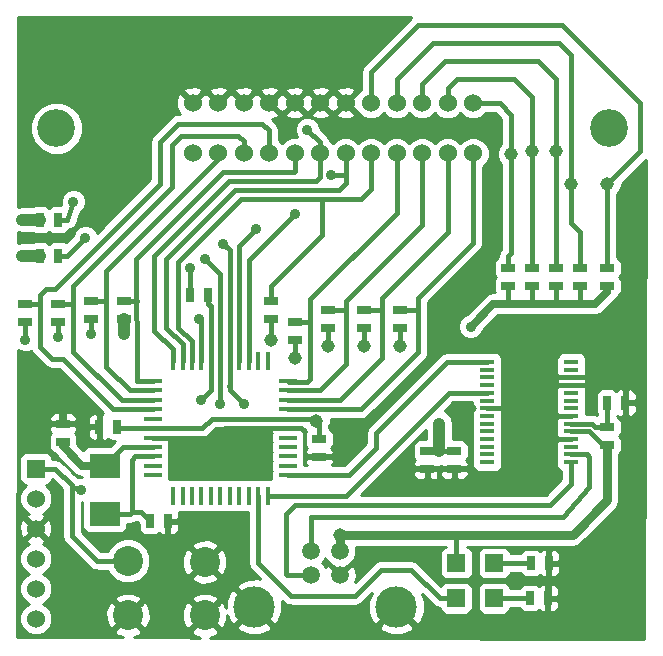
<source format=gtl>
G04 (created by PCBNEW-RS274X (2011-nov-30)-testing) date Mon 27 Feb 2012 01:24:57 PM EST*
G01*
G70*
G90*
%MOIN*%
G04 Gerber Fmt 3.4, Leading zero omitted, Abs format*
%FSLAX34Y34*%
G04 APERTURE LIST*
%ADD10C,0.006000*%
%ADD11C,0.100000*%
%ADD12R,0.059000X0.059000*%
%ADD13C,0.059100*%
%ADD14C,0.137800*%
%ADD15R,0.100000X0.080000*%
%ADD16C,0.060000*%
%ADD17C,0.126000*%
%ADD18R,0.060000X0.060000*%
%ADD19R,0.045000X0.025000*%
%ADD20R,0.025000X0.045000*%
%ADD21R,0.050000X0.016000*%
%ADD22R,0.016000X0.060000*%
%ADD23R,0.060000X0.016000*%
%ADD24C,0.035000*%
%ADD25C,0.045000*%
%ADD26C,0.017000*%
%ADD27C,0.015000*%
%ADD28C,0.025000*%
%ADD29C,0.040000*%
%ADD30C,0.030000*%
%ADD31C,0.010000*%
G04 APERTURE END LIST*
G54D10*
G54D11*
X52520Y-49386D03*
X52520Y-47575D03*
X55080Y-49386D03*
X55080Y-47614D03*
G54D12*
X63464Y-48819D03*
X64724Y-48819D03*
X63470Y-47650D03*
X64730Y-47650D03*
G54D13*
X58610Y-48030D03*
X59590Y-48030D03*
X59590Y-47240D03*
X58610Y-47240D03*
G54D14*
X56730Y-49100D03*
X61470Y-49100D03*
G54D15*
X51750Y-44400D03*
X51750Y-46000D03*
G54D16*
X59775Y-33995D03*
X60625Y-33995D03*
X58075Y-33995D03*
X58925Y-33995D03*
X59775Y-32305D03*
X58925Y-32305D03*
X58075Y-32305D03*
X60625Y-32305D03*
X57225Y-33995D03*
X56375Y-33995D03*
X55525Y-33995D03*
X54675Y-33995D03*
X57225Y-32305D03*
X56375Y-32305D03*
X55525Y-32305D03*
X54675Y-32305D03*
X61475Y-33995D03*
X62325Y-33995D03*
X63175Y-33995D03*
X64025Y-33995D03*
X61475Y-32305D03*
X62325Y-32305D03*
X63175Y-32305D03*
X64025Y-32305D03*
G54D17*
X68565Y-33150D03*
X50135Y-33150D03*
G54D18*
X49450Y-44500D03*
G54D16*
X49450Y-45500D03*
X49450Y-46500D03*
X49450Y-47500D03*
X49450Y-48500D03*
X49450Y-49500D03*
G54D19*
X61600Y-39800D03*
X61600Y-39200D03*
X60400Y-39800D03*
X60400Y-39200D03*
X59200Y-39800D03*
X59200Y-39200D03*
X58100Y-40200D03*
X58100Y-39600D03*
X65200Y-38400D03*
X65200Y-37800D03*
X66000Y-38400D03*
X66000Y-37800D03*
X66800Y-38400D03*
X66800Y-37800D03*
X67600Y-38400D03*
X67600Y-37800D03*
X68500Y-38400D03*
X68500Y-37800D03*
X51300Y-39500D03*
X51300Y-38900D03*
X50200Y-39600D03*
X50200Y-39000D03*
X49100Y-39600D03*
X49100Y-39000D03*
X52400Y-39500D03*
X52400Y-38900D03*
G54D20*
X49600Y-36200D03*
X50200Y-36200D03*
X49600Y-37400D03*
X50200Y-37400D03*
G54D19*
X57300Y-39500D03*
X57300Y-38900D03*
G54D20*
X55200Y-38700D03*
X54600Y-38700D03*
G54D19*
X68500Y-43100D03*
X68500Y-43700D03*
G54D20*
X53850Y-46250D03*
X53250Y-46250D03*
G54D19*
X50350Y-43600D03*
X50350Y-43000D03*
X63400Y-43900D03*
X63400Y-44500D03*
X62500Y-43900D03*
X62500Y-44500D03*
G54D20*
X68500Y-42300D03*
X69100Y-42300D03*
G54D19*
X58900Y-44100D03*
X58900Y-43500D03*
G54D20*
X52170Y-43110D03*
X51570Y-43110D03*
G54D21*
X64500Y-40950D03*
X64500Y-41200D03*
X64500Y-41460D03*
X64500Y-41720D03*
X64500Y-41970D03*
X64500Y-42230D03*
X64500Y-42490D03*
X64500Y-42740D03*
X64500Y-43000D03*
X64500Y-43250D03*
X64500Y-43510D03*
X64500Y-43770D03*
X64500Y-44020D03*
X64500Y-44280D03*
X67300Y-44280D03*
X67300Y-44020D03*
X67300Y-43780D03*
X67300Y-43510D03*
X67300Y-43250D03*
X67300Y-43000D03*
X67300Y-42740D03*
X67300Y-42490D03*
X67300Y-42230D03*
X67300Y-41970D03*
X67300Y-41720D03*
X67300Y-41460D03*
X67300Y-41200D03*
X67300Y-40950D03*
G54D22*
X55600Y-45400D03*
X55915Y-45400D03*
X56230Y-45400D03*
X56545Y-45400D03*
X56860Y-45400D03*
X57175Y-45400D03*
X55285Y-45400D03*
X54970Y-45400D03*
X54655Y-45400D03*
X54340Y-45400D03*
X54025Y-45400D03*
X55600Y-40900D03*
X55915Y-40900D03*
X56230Y-40900D03*
X56545Y-40900D03*
X56860Y-40900D03*
X57175Y-40900D03*
X55285Y-40900D03*
X54970Y-40900D03*
X54655Y-40900D03*
X54340Y-40900D03*
X54025Y-40900D03*
G54D23*
X57850Y-43150D03*
X53350Y-43150D03*
X57850Y-42835D03*
X53350Y-42835D03*
X53350Y-42520D03*
X57850Y-42520D03*
X57850Y-42205D03*
X53350Y-42205D03*
X53350Y-41890D03*
X57850Y-41890D03*
X57850Y-41575D03*
X53350Y-41575D03*
X53350Y-43465D03*
X57850Y-43465D03*
X57850Y-43780D03*
X53350Y-43780D03*
X53350Y-44095D03*
X57850Y-44095D03*
X57850Y-44410D03*
X53350Y-44410D03*
X53350Y-44725D03*
X57850Y-44725D03*
G54D20*
X65950Y-47650D03*
X66550Y-47650D03*
X65920Y-48819D03*
X66520Y-48819D03*
G54D24*
X56850Y-43650D03*
X62550Y-45100D03*
X60150Y-43600D03*
X69100Y-41300D03*
X50354Y-42323D03*
X65800Y-41300D03*
G54D25*
X66000Y-33900D03*
G54D24*
X56800Y-36500D03*
X54900Y-39500D03*
G54D25*
X68500Y-35000D03*
G54D24*
X55100Y-37500D03*
G54D25*
X67300Y-35000D03*
G54D24*
X55600Y-42350D03*
X50700Y-35600D03*
X58500Y-33200D03*
X50950Y-45200D03*
X54950Y-42200D03*
X58100Y-36000D03*
G54D25*
X65300Y-34000D03*
G54D24*
X56400Y-42350D03*
X55700Y-37000D03*
G54D25*
X66800Y-33900D03*
G54D24*
X59300Y-34700D03*
X51100Y-36800D03*
G54D25*
X60400Y-40400D03*
X59200Y-40400D03*
G54D24*
X63937Y-39764D03*
X49000Y-36200D03*
G54D25*
X58800Y-42900D03*
G54D24*
X50200Y-40100D03*
X49000Y-37400D03*
X52400Y-40000D03*
G54D25*
X58100Y-40800D03*
G54D24*
X62900Y-43000D03*
G54D25*
X61600Y-40400D03*
X57300Y-40200D03*
G54D24*
X51300Y-40000D03*
X49100Y-40200D03*
X54600Y-37800D03*
G54D25*
X59600Y-46700D03*
G54D26*
X66550Y-47650D02*
X67050Y-47650D01*
X65990Y-42362D02*
X65990Y-41810D01*
G54D27*
X65990Y-42368D02*
X66370Y-42748D01*
X66370Y-42748D02*
X66693Y-42748D01*
G54D26*
X69100Y-41800D02*
X69100Y-42300D01*
X67300Y-41720D02*
X69020Y-41720D01*
X62900Y-44500D02*
X63400Y-44500D01*
G54D27*
X66693Y-42748D02*
X66693Y-43386D01*
G54D26*
X53350Y-43465D02*
X55435Y-43465D01*
X56300Y-43150D02*
X56700Y-43150D01*
X55750Y-43150D02*
X56300Y-43150D01*
G54D27*
X57850Y-43150D02*
X58300Y-43150D01*
G54D26*
X56850Y-43150D02*
X56850Y-43650D01*
X62900Y-45100D02*
X62550Y-45100D01*
X58900Y-44100D02*
X59650Y-44100D01*
G54D27*
X66817Y-43510D02*
X67300Y-43510D01*
X66693Y-43386D02*
X66817Y-43510D01*
X67300Y-42748D02*
X67300Y-42740D01*
X66693Y-42748D02*
X67300Y-42748D01*
G54D26*
X65990Y-42490D02*
X65990Y-42362D01*
X64500Y-42490D02*
X65990Y-42490D01*
X62500Y-44500D02*
X62900Y-44500D01*
G54D27*
X58300Y-43150D02*
X58400Y-43250D01*
X67300Y-41720D02*
X66680Y-41720D01*
X66680Y-41720D02*
X66650Y-41750D01*
X67300Y-41460D02*
X66660Y-41460D01*
X66660Y-41460D02*
X66650Y-41450D01*
X67300Y-41460D02*
X67940Y-41460D01*
X67940Y-41460D02*
X67950Y-41450D01*
G54D26*
X59650Y-44100D02*
X60150Y-43600D01*
X62900Y-45100D02*
X62900Y-44500D01*
G54D28*
X50350Y-42327D02*
X50354Y-42323D01*
X50350Y-43000D02*
X50350Y-42327D01*
G54D27*
X66550Y-48789D02*
X66520Y-48819D01*
X66550Y-47650D02*
X66550Y-48789D01*
G54D26*
X65990Y-41810D02*
X65990Y-41490D01*
X65990Y-41490D02*
X65800Y-41300D01*
X65700Y-45100D02*
X65990Y-44810D01*
X65990Y-42500D02*
X65990Y-42490D01*
X65990Y-44810D02*
X65990Y-42500D01*
X69020Y-41720D02*
X69100Y-41800D01*
G54D27*
X65990Y-42362D02*
X65990Y-42368D01*
G54D26*
X62900Y-45100D02*
X65700Y-45100D01*
X56850Y-43150D02*
X57850Y-43150D01*
X55435Y-43465D02*
X55750Y-43150D01*
X56700Y-43150D02*
X56850Y-43150D01*
X69100Y-41800D02*
X69100Y-41300D01*
X65400Y-31500D02*
X66000Y-32100D01*
X66000Y-32100D02*
X66000Y-33900D01*
X56800Y-36500D02*
X56230Y-37070D01*
X56230Y-37070D02*
X56230Y-40900D01*
X63175Y-32305D02*
X63175Y-31825D01*
X66000Y-33900D02*
X66000Y-37800D01*
X63175Y-31825D02*
X63500Y-31500D01*
X63500Y-31500D02*
X65400Y-31500D01*
X58100Y-39600D02*
X58600Y-39600D01*
X58600Y-41500D02*
X58500Y-41600D01*
X61475Y-35975D02*
X58600Y-38850D01*
X58600Y-38850D02*
X58600Y-39600D01*
X58600Y-39600D02*
X58600Y-41500D01*
X58500Y-41600D02*
X57875Y-41600D01*
X57875Y-41600D02*
X57850Y-41575D01*
X61475Y-33995D02*
X61475Y-35975D01*
X63175Y-33995D02*
X63175Y-36625D01*
X59595Y-42205D02*
X57850Y-42205D01*
X63175Y-36625D02*
X61000Y-38800D01*
X61000Y-39200D02*
X61000Y-40800D01*
X61000Y-38800D02*
X61000Y-39200D01*
X61000Y-40800D02*
X59595Y-42205D01*
X60400Y-39200D02*
X61000Y-39200D01*
X55525Y-34175D02*
X51800Y-37900D01*
X51800Y-38900D02*
X51800Y-41100D01*
X51300Y-38900D02*
X51800Y-38900D01*
X51800Y-37900D02*
X51800Y-38900D01*
X51800Y-41100D02*
X52590Y-41890D01*
X52590Y-41890D02*
X53350Y-41890D01*
X55525Y-33995D02*
X55525Y-34175D01*
X60625Y-35175D02*
X60300Y-35500D01*
X57500Y-35500D02*
X56300Y-35500D01*
X58900Y-35500D02*
X57500Y-35500D01*
X59000Y-35500D02*
X58900Y-35500D01*
X60300Y-35500D02*
X59000Y-35500D01*
X56300Y-35500D02*
X54200Y-37600D01*
X54200Y-37600D02*
X54200Y-39800D01*
X54200Y-39800D02*
X54655Y-40255D01*
X54655Y-40255D02*
X54655Y-40900D01*
X60625Y-33995D02*
X60625Y-35175D01*
X59000Y-35500D02*
X59000Y-36700D01*
X57300Y-38400D02*
X57300Y-38900D01*
X59000Y-36700D02*
X57300Y-38400D01*
G54D28*
X50350Y-43600D02*
X50350Y-43750D01*
X51000Y-44400D02*
X51750Y-44400D01*
X50350Y-43750D02*
X51000Y-44400D01*
G54D26*
X53350Y-43780D02*
X52370Y-43780D01*
X52370Y-43780D02*
X51750Y-44400D01*
X60800Y-43300D02*
X60800Y-43800D01*
X63150Y-40950D02*
X60800Y-43300D01*
X64500Y-40950D02*
X63150Y-40950D01*
X59875Y-44725D02*
X57850Y-44725D01*
X60800Y-43800D02*
X59875Y-44725D01*
X49800Y-38500D02*
X49600Y-38700D01*
X50100Y-38500D02*
X49800Y-38500D01*
X53600Y-35000D02*
X50100Y-38500D01*
X53600Y-33600D02*
X53600Y-35000D01*
X49600Y-38700D02*
X49600Y-39000D01*
X57225Y-33995D02*
X57225Y-33225D01*
X52020Y-42520D02*
X50350Y-40850D01*
X50350Y-40850D02*
X50000Y-40850D01*
X54200Y-33000D02*
X53600Y-33600D01*
X57000Y-33000D02*
X54200Y-33000D01*
X57225Y-33225D02*
X57000Y-33000D01*
X49100Y-39000D02*
X49600Y-39000D01*
X53350Y-42520D02*
X52020Y-42520D01*
X50000Y-40850D02*
X49600Y-40450D01*
X49600Y-40450D02*
X49600Y-39000D01*
G54D27*
X57953Y-48740D02*
X60079Y-48740D01*
X56860Y-47647D02*
X57953Y-48740D01*
X60079Y-48740D02*
X60945Y-47874D01*
X60945Y-47874D02*
X61969Y-47874D01*
X61969Y-47874D02*
X62914Y-48819D01*
X62914Y-48819D02*
X63464Y-48819D01*
X56860Y-45400D02*
X56860Y-47647D01*
X63227Y-41970D02*
X59797Y-45400D01*
X64500Y-41970D02*
X63227Y-41970D01*
X59797Y-45400D02*
X57175Y-45400D01*
G54D26*
X52650Y-44200D02*
X52650Y-45550D01*
X52755Y-44095D02*
X52650Y-44200D01*
X53350Y-44095D02*
X52755Y-44095D01*
X52600Y-46000D02*
X51750Y-46000D01*
X52650Y-45950D02*
X52600Y-46000D01*
X52650Y-45550D02*
X52650Y-45950D01*
G54D27*
X52950Y-45950D02*
X53250Y-46250D01*
X52650Y-45950D02*
X52950Y-45950D01*
G54D26*
X54900Y-39500D02*
X54970Y-39570D01*
X69600Y-33900D02*
X68500Y-35000D01*
X69600Y-32300D02*
X69600Y-33900D01*
X67000Y-29700D02*
X69600Y-32300D01*
X62200Y-29700D02*
X67000Y-29700D01*
X60625Y-32305D02*
X60625Y-31275D01*
X60625Y-31275D02*
X62200Y-29700D01*
X68500Y-35000D02*
X68500Y-37800D01*
X54970Y-39570D02*
X54970Y-40900D01*
X68500Y-43100D02*
X68100Y-43100D01*
X68000Y-43000D02*
X67300Y-43000D01*
X68100Y-43100D02*
X68000Y-43000D01*
X68500Y-42300D02*
X68500Y-43100D01*
X55600Y-38000D02*
X55600Y-40900D01*
X55100Y-37500D02*
X55600Y-38000D01*
X62700Y-30300D02*
X66900Y-30300D01*
X66900Y-30300D02*
X67300Y-30700D01*
X61475Y-32305D02*
X61475Y-31525D01*
X67300Y-36300D02*
X67600Y-36600D01*
X67600Y-36600D02*
X67600Y-37800D01*
X67300Y-35000D02*
X67300Y-36300D01*
X61475Y-31525D02*
X62700Y-30300D01*
X67300Y-30700D02*
X67300Y-35000D01*
X55600Y-40900D02*
X55600Y-41750D01*
X55600Y-41750D02*
X55600Y-42350D01*
X67300Y-45000D02*
X67300Y-44280D01*
X66600Y-45700D02*
X67300Y-45000D01*
X58100Y-45700D02*
X66600Y-45700D01*
X57800Y-46000D02*
X58100Y-45700D01*
X58610Y-48030D02*
X57830Y-48030D01*
X57800Y-48000D02*
X57800Y-46000D01*
X57830Y-48030D02*
X57800Y-48000D01*
X50700Y-35600D02*
X50500Y-36200D01*
X58925Y-33625D02*
X58500Y-33200D01*
X54025Y-40525D02*
X54025Y-40900D01*
X58925Y-33995D02*
X58925Y-34775D01*
X53400Y-39900D02*
X54025Y-40525D01*
X53400Y-37400D02*
X53400Y-39900D01*
X55900Y-34900D02*
X53400Y-37400D01*
X58925Y-33995D02*
X58925Y-33625D01*
X50500Y-36200D02*
X50200Y-36200D01*
X58925Y-34775D02*
X58800Y-34900D01*
X58800Y-34900D02*
X55900Y-34900D01*
G54D27*
X54950Y-42200D02*
X55285Y-41865D01*
X55285Y-41865D02*
X55285Y-40900D01*
X50650Y-45150D02*
X50900Y-45150D01*
X50900Y-45150D02*
X50950Y-45200D01*
G54D26*
X55285Y-39085D02*
X55285Y-40900D01*
X55200Y-38700D02*
X55200Y-39000D01*
X55200Y-39000D02*
X55285Y-39085D01*
G54D27*
X50100Y-44500D02*
X50650Y-45050D01*
X50650Y-45150D02*
X50650Y-46750D01*
X50650Y-45050D02*
X50650Y-45150D01*
X50650Y-46750D02*
X51475Y-47575D01*
X51475Y-47575D02*
X52520Y-47575D01*
X49450Y-44500D02*
X50100Y-44500D01*
X65920Y-48819D02*
X64724Y-48819D01*
G54D26*
X64730Y-47650D02*
X65950Y-47650D01*
X58610Y-46100D02*
X58610Y-46100D01*
X58610Y-46100D02*
X67020Y-46117D01*
X67020Y-46117D02*
X67900Y-45100D01*
X67900Y-45100D02*
X67900Y-44100D01*
X67900Y-44100D02*
X67820Y-44020D01*
X67820Y-44020D02*
X67300Y-44020D01*
X58610Y-47240D02*
X58610Y-46100D01*
X64025Y-33995D02*
X64025Y-36975D01*
X62200Y-38800D02*
X62200Y-39100D01*
X64025Y-36975D02*
X62200Y-38800D01*
X61600Y-39200D02*
X62200Y-39200D01*
X62200Y-39100D02*
X62200Y-40600D01*
X62200Y-40600D02*
X60280Y-42520D01*
X60280Y-42520D02*
X57850Y-42520D01*
X62200Y-39200D02*
X62200Y-39100D01*
X58910Y-41890D02*
X57850Y-41890D01*
X59800Y-41000D02*
X58910Y-41890D01*
X62325Y-33995D02*
X62325Y-36375D01*
X59800Y-38900D02*
X59800Y-39200D01*
X59200Y-39200D02*
X59800Y-39200D01*
X59800Y-39200D02*
X59800Y-41000D01*
X62325Y-36375D02*
X59800Y-38900D01*
X64025Y-32305D02*
X64905Y-32305D01*
X56545Y-37555D02*
X56545Y-40900D01*
X58100Y-36000D02*
X56545Y-37555D01*
X65300Y-37300D02*
X65200Y-37400D01*
X65300Y-32700D02*
X65300Y-34000D01*
X64905Y-32305D02*
X65300Y-32700D01*
X65200Y-37400D02*
X65200Y-37800D01*
X65300Y-34000D02*
X65300Y-37300D01*
G54D27*
X55915Y-41865D02*
X55915Y-41735D01*
X56400Y-42350D02*
X55915Y-41865D01*
G54D26*
X55915Y-40900D02*
X55915Y-41735D01*
X55915Y-41735D02*
X55900Y-41750D01*
X66800Y-33900D02*
X66800Y-37800D01*
X62325Y-32305D02*
X62325Y-31675D01*
X55915Y-37215D02*
X55915Y-40900D01*
X55700Y-37000D02*
X55915Y-37215D01*
X62325Y-31675D02*
X63100Y-30900D01*
X63100Y-30900D02*
X66200Y-30900D01*
X66200Y-30900D02*
X66800Y-31500D01*
X66800Y-31500D02*
X66800Y-33900D01*
X59775Y-34700D02*
X59300Y-34700D01*
X59775Y-34975D02*
X59550Y-35200D01*
X59550Y-35200D02*
X56100Y-35200D01*
X56100Y-35200D02*
X53800Y-37500D01*
X53800Y-37500D02*
X53800Y-39800D01*
X50500Y-37400D02*
X50200Y-37400D01*
X51100Y-36800D02*
X50500Y-37400D01*
X59775Y-33995D02*
X59775Y-34700D01*
X59775Y-34700D02*
X59775Y-34800D01*
X59775Y-34800D02*
X59775Y-34975D01*
X54340Y-40340D02*
X54340Y-40900D01*
X53800Y-39800D02*
X54340Y-40340D01*
X52800Y-38900D02*
X52800Y-37500D01*
X52809Y-38900D02*
X52800Y-38900D01*
X58075Y-33995D02*
X58075Y-34575D01*
X52825Y-41575D02*
X53350Y-41575D01*
X52800Y-37500D02*
X52800Y-37500D01*
X52800Y-37500D02*
X52825Y-41575D01*
X58075Y-34575D02*
X58050Y-34600D01*
X55700Y-34600D02*
X52800Y-37500D01*
X58050Y-34600D02*
X55700Y-34600D01*
X52400Y-38900D02*
X52809Y-38900D01*
X56375Y-33995D02*
X56375Y-33575D01*
X50700Y-39000D02*
X50700Y-39200D01*
X50700Y-40600D02*
X52305Y-42205D01*
X52305Y-42205D02*
X53350Y-42205D01*
X50200Y-39000D02*
X50700Y-39000D01*
X56375Y-33575D02*
X56200Y-33400D01*
X56200Y-33400D02*
X54300Y-33400D01*
X54300Y-33400D02*
X54000Y-33700D01*
X50700Y-39200D02*
X50700Y-40600D01*
X54000Y-33700D02*
X54000Y-35100D01*
X54000Y-35100D02*
X50700Y-38400D01*
X50700Y-38400D02*
X50700Y-39200D01*
G54D27*
X55000Y-43150D02*
X53350Y-43150D01*
G54D26*
X60400Y-39800D02*
X60400Y-40400D01*
X59200Y-39800D02*
X59200Y-40400D01*
X58900Y-43000D02*
X58800Y-42900D01*
X58900Y-43500D02*
X58900Y-43000D01*
G54D28*
X64701Y-39000D02*
X63937Y-39764D01*
X65200Y-39000D02*
X64701Y-39000D01*
G54D27*
X67897Y-43252D02*
X67300Y-43252D01*
X67300Y-43252D02*
X67300Y-43250D01*
G54D29*
X49600Y-36200D02*
X49000Y-36200D01*
G54D27*
X55315Y-42835D02*
X55000Y-43150D01*
X57850Y-42835D02*
X55315Y-42835D01*
X68500Y-43700D02*
X68345Y-43700D01*
X68345Y-43700D02*
X67897Y-43252D01*
G54D30*
X59590Y-47240D02*
X59590Y-46710D01*
G54D28*
X65200Y-39000D02*
X68100Y-39000D01*
G54D26*
X58800Y-42900D02*
X58735Y-42835D01*
X58735Y-42835D02*
X57850Y-42835D01*
X57300Y-39500D02*
X57300Y-40200D01*
X49100Y-39600D02*
X49100Y-40200D01*
X50200Y-39600D02*
X50200Y-40100D01*
G54D29*
X52400Y-39500D02*
X52400Y-40000D01*
G54D26*
X58100Y-40200D02*
X58100Y-40800D01*
X66800Y-38400D02*
X66800Y-39000D01*
X67600Y-38400D02*
X67600Y-39000D01*
X66000Y-39000D02*
X66000Y-38400D01*
X65200Y-38400D02*
X65200Y-39000D01*
G54D29*
X49000Y-37400D02*
X49600Y-37400D01*
G54D30*
X63450Y-46700D02*
X67350Y-46700D01*
X59600Y-46700D02*
X63450Y-46700D01*
G54D26*
X63470Y-47650D02*
X63470Y-46700D01*
G54D28*
X68500Y-38600D02*
X68500Y-38400D01*
G54D26*
X61600Y-39800D02*
X61600Y-40400D01*
G54D28*
X68100Y-39000D02*
X68500Y-38600D01*
G54D26*
X63450Y-46750D02*
X63450Y-46700D01*
X63450Y-46720D02*
X63450Y-46750D01*
X63470Y-46700D02*
X63450Y-46720D01*
G54D27*
X52210Y-43150D02*
X52170Y-43110D01*
X53350Y-43150D02*
X52210Y-43150D01*
G54D26*
X51300Y-39500D02*
X51300Y-40000D01*
X54600Y-37800D02*
X54600Y-38700D01*
G54D29*
X62900Y-43900D02*
X62900Y-43000D01*
G54D30*
X59590Y-46710D02*
X59600Y-46700D01*
X67350Y-46700D02*
X68500Y-45550D01*
G54D26*
X62500Y-43900D02*
X62900Y-43900D01*
X62900Y-43900D02*
X63400Y-43900D01*
G54D30*
X68500Y-45550D02*
X68500Y-43700D01*
G54D10*
G36*
X54746Y-33995D02*
X54675Y-34066D01*
X54604Y-33995D01*
X54675Y-33924D01*
X54746Y-33995D01*
X54746Y-33995D01*
G37*
G54D31*
X54746Y-33995D02*
X54675Y-34066D01*
X54604Y-33995D01*
X54675Y-33924D01*
X54746Y-33995D01*
G54D10*
G36*
X57312Y-44567D02*
X57301Y-44595D01*
X57301Y-44694D01*
X57301Y-44851D01*
X57206Y-44851D01*
X57046Y-44851D01*
X57017Y-44862D01*
X56990Y-44851D01*
X56891Y-44851D01*
X56731Y-44851D01*
X56702Y-44862D01*
X56675Y-44851D01*
X56576Y-44851D01*
X56416Y-44851D01*
X56387Y-44862D01*
X56360Y-44851D01*
X56261Y-44851D01*
X56101Y-44851D01*
X56072Y-44862D01*
X56045Y-44851D01*
X55946Y-44851D01*
X55786Y-44851D01*
X55757Y-44862D01*
X55730Y-44851D01*
X55631Y-44851D01*
X55471Y-44851D01*
X55442Y-44862D01*
X55415Y-44851D01*
X55316Y-44851D01*
X55156Y-44851D01*
X55127Y-44862D01*
X55100Y-44851D01*
X55001Y-44851D01*
X54841Y-44851D01*
X54812Y-44862D01*
X54785Y-44851D01*
X54686Y-44851D01*
X54526Y-44851D01*
X54497Y-44862D01*
X54470Y-44851D01*
X54371Y-44851D01*
X54211Y-44851D01*
X54182Y-44862D01*
X54155Y-44851D01*
X54056Y-44851D01*
X53899Y-44851D01*
X53899Y-44756D01*
X53899Y-44596D01*
X53887Y-44567D01*
X53899Y-44540D01*
X53899Y-44441D01*
X53899Y-44281D01*
X53887Y-44252D01*
X53899Y-44225D01*
X53899Y-44126D01*
X53899Y-43966D01*
X53887Y-43937D01*
X53899Y-43910D01*
X53899Y-43811D01*
X53899Y-43651D01*
X53887Y-43622D01*
X53899Y-43595D01*
X53899Y-43566D01*
X53898Y-43565D01*
X53900Y-43565D01*
X53900Y-43475D01*
X55000Y-43475D01*
X55124Y-43450D01*
X55230Y-43380D01*
X55449Y-43160D01*
X57300Y-43160D01*
X57300Y-43250D01*
X57302Y-43250D01*
X57301Y-43251D01*
X57301Y-43280D01*
X57312Y-43307D01*
X57301Y-43335D01*
X57301Y-43434D01*
X57301Y-43594D01*
X57312Y-43622D01*
X57301Y-43650D01*
X57301Y-43749D01*
X57301Y-43909D01*
X57312Y-43937D01*
X57301Y-43965D01*
X57301Y-44064D01*
X57301Y-44224D01*
X57312Y-44252D01*
X57301Y-44280D01*
X57301Y-44379D01*
X57301Y-44539D01*
X57312Y-44567D01*
X57312Y-44567D01*
G37*
G54D31*
X57312Y-44567D02*
X57301Y-44595D01*
X57301Y-44694D01*
X57301Y-44851D01*
X57206Y-44851D01*
X57046Y-44851D01*
X57017Y-44862D01*
X56990Y-44851D01*
X56891Y-44851D01*
X56731Y-44851D01*
X56702Y-44862D01*
X56675Y-44851D01*
X56576Y-44851D01*
X56416Y-44851D01*
X56387Y-44862D01*
X56360Y-44851D01*
X56261Y-44851D01*
X56101Y-44851D01*
X56072Y-44862D01*
X56045Y-44851D01*
X55946Y-44851D01*
X55786Y-44851D01*
X55757Y-44862D01*
X55730Y-44851D01*
X55631Y-44851D01*
X55471Y-44851D01*
X55442Y-44862D01*
X55415Y-44851D01*
X55316Y-44851D01*
X55156Y-44851D01*
X55127Y-44862D01*
X55100Y-44851D01*
X55001Y-44851D01*
X54841Y-44851D01*
X54812Y-44862D01*
X54785Y-44851D01*
X54686Y-44851D01*
X54526Y-44851D01*
X54497Y-44862D01*
X54470Y-44851D01*
X54371Y-44851D01*
X54211Y-44851D01*
X54182Y-44862D01*
X54155Y-44851D01*
X54056Y-44851D01*
X53899Y-44851D01*
X53899Y-44756D01*
X53899Y-44596D01*
X53887Y-44567D01*
X53899Y-44540D01*
X53899Y-44441D01*
X53899Y-44281D01*
X53887Y-44252D01*
X53899Y-44225D01*
X53899Y-44126D01*
X53899Y-43966D01*
X53887Y-43937D01*
X53899Y-43910D01*
X53899Y-43811D01*
X53899Y-43651D01*
X53887Y-43622D01*
X53899Y-43595D01*
X53899Y-43566D01*
X53898Y-43565D01*
X53900Y-43565D01*
X53900Y-43475D01*
X55000Y-43475D01*
X55124Y-43450D01*
X55230Y-43380D01*
X55449Y-43160D01*
X57300Y-43160D01*
X57300Y-43250D01*
X57302Y-43250D01*
X57301Y-43251D01*
X57301Y-43280D01*
X57312Y-43307D01*
X57301Y-43335D01*
X57301Y-43434D01*
X57301Y-43594D01*
X57312Y-43622D01*
X57301Y-43650D01*
X57301Y-43749D01*
X57301Y-43909D01*
X57312Y-43937D01*
X57301Y-43965D01*
X57301Y-44064D01*
X57301Y-44224D01*
X57312Y-44252D01*
X57301Y-44280D01*
X57301Y-44379D01*
X57301Y-44539D01*
X57312Y-44567D01*
G54D10*
G36*
X69774Y-34198D02*
X69714Y-50175D01*
X69475Y-50175D01*
X69475Y-42412D01*
X69475Y-42188D01*
X69474Y-42124D01*
X69474Y-42025D01*
X69436Y-41934D01*
X69366Y-41864D01*
X69274Y-41826D01*
X69212Y-41825D01*
X69150Y-41887D01*
X69150Y-42250D01*
X69413Y-42250D01*
X69475Y-42188D01*
X69475Y-42412D01*
X69413Y-42350D01*
X69150Y-42350D01*
X69150Y-42713D01*
X69212Y-42775D01*
X69274Y-42774D01*
X69366Y-42736D01*
X69436Y-42666D01*
X69474Y-42575D01*
X69474Y-42476D01*
X69475Y-42412D01*
X69475Y-50175D01*
X66925Y-50175D01*
X66925Y-47762D01*
X66925Y-47538D01*
X66924Y-47474D01*
X66924Y-47375D01*
X66886Y-47284D01*
X66816Y-47214D01*
X66724Y-47176D01*
X66662Y-47175D01*
X66600Y-47237D01*
X66600Y-47600D01*
X66863Y-47600D01*
X66925Y-47538D01*
X66925Y-47762D01*
X66863Y-47700D01*
X66600Y-47700D01*
X66600Y-48063D01*
X66662Y-48125D01*
X66724Y-48124D01*
X66816Y-48086D01*
X66886Y-48016D01*
X66924Y-47925D01*
X66924Y-47826D01*
X66925Y-47762D01*
X66925Y-50175D01*
X66895Y-50175D01*
X66895Y-48931D01*
X66895Y-48707D01*
X66894Y-48643D01*
X66894Y-48544D01*
X66856Y-48453D01*
X66786Y-48383D01*
X66694Y-48345D01*
X66632Y-48344D01*
X66570Y-48406D01*
X66570Y-48769D01*
X66833Y-48769D01*
X66895Y-48707D01*
X66895Y-48931D01*
X66833Y-48869D01*
X66570Y-48869D01*
X66570Y-49232D01*
X66632Y-49294D01*
X66694Y-49293D01*
X66786Y-49255D01*
X66856Y-49185D01*
X66894Y-49094D01*
X66894Y-48995D01*
X66895Y-48931D01*
X66895Y-50175D01*
X66806Y-50175D01*
X66500Y-50173D01*
X66500Y-48063D01*
X66500Y-47750D01*
X66500Y-47700D01*
X66500Y-47600D01*
X66500Y-47550D01*
X66500Y-47237D01*
X66438Y-47175D01*
X66376Y-47176D01*
X66284Y-47214D01*
X66250Y-47248D01*
X66216Y-47214D01*
X66125Y-47176D01*
X66026Y-47176D01*
X65776Y-47176D01*
X65684Y-47214D01*
X65614Y-47284D01*
X65601Y-47315D01*
X65274Y-47315D01*
X65274Y-47306D01*
X65236Y-47214D01*
X65166Y-47144D01*
X65075Y-47106D01*
X64976Y-47106D01*
X64386Y-47106D01*
X64294Y-47144D01*
X64224Y-47214D01*
X64186Y-47305D01*
X64186Y-47404D01*
X64186Y-47994D01*
X64224Y-48086D01*
X64294Y-48156D01*
X64385Y-48194D01*
X64484Y-48194D01*
X65074Y-48194D01*
X65166Y-48156D01*
X65236Y-48086D01*
X65274Y-47995D01*
X65274Y-47985D01*
X65601Y-47985D01*
X65614Y-48016D01*
X65684Y-48086D01*
X65775Y-48124D01*
X65874Y-48124D01*
X66124Y-48124D01*
X66216Y-48086D01*
X66250Y-48052D01*
X66284Y-48086D01*
X66376Y-48124D01*
X66438Y-48125D01*
X66500Y-48063D01*
X66500Y-50173D01*
X66470Y-50173D01*
X66470Y-49232D01*
X66470Y-48919D01*
X66470Y-48869D01*
X66470Y-48769D01*
X66470Y-48719D01*
X66470Y-48406D01*
X66408Y-48344D01*
X66346Y-48345D01*
X66254Y-48383D01*
X66220Y-48417D01*
X66186Y-48383D01*
X66095Y-48345D01*
X65996Y-48345D01*
X65746Y-48345D01*
X65654Y-48383D01*
X65584Y-48453D01*
X65566Y-48494D01*
X65268Y-48494D01*
X65268Y-48475D01*
X65230Y-48383D01*
X65160Y-48313D01*
X65069Y-48275D01*
X64970Y-48275D01*
X64380Y-48275D01*
X64288Y-48313D01*
X64218Y-48383D01*
X64180Y-48474D01*
X64180Y-48573D01*
X64180Y-49163D01*
X64218Y-49255D01*
X64288Y-49325D01*
X64379Y-49363D01*
X64478Y-49363D01*
X65068Y-49363D01*
X65160Y-49325D01*
X65230Y-49255D01*
X65268Y-49164D01*
X65268Y-49144D01*
X65567Y-49144D01*
X65584Y-49185D01*
X65654Y-49255D01*
X65745Y-49293D01*
X65844Y-49293D01*
X66094Y-49293D01*
X66186Y-49255D01*
X66220Y-49221D01*
X66254Y-49255D01*
X66346Y-49293D01*
X66408Y-49294D01*
X66470Y-49232D01*
X66470Y-50173D01*
X62066Y-50156D01*
X62066Y-49767D01*
X61470Y-49171D01*
X60874Y-49767D01*
X60950Y-49902D01*
X61296Y-50040D01*
X61669Y-50036D01*
X61990Y-49902D01*
X62066Y-49767D01*
X62066Y-50156D01*
X57326Y-50138D01*
X57326Y-49767D01*
X56730Y-49171D01*
X56659Y-49242D01*
X56659Y-49100D01*
X56063Y-48504D01*
X55928Y-48580D01*
X55833Y-48818D01*
X55833Y-47743D01*
X55825Y-47446D01*
X55726Y-47207D01*
X55610Y-47154D01*
X55540Y-47224D01*
X55540Y-47084D01*
X55487Y-46968D01*
X55209Y-46861D01*
X54912Y-46869D01*
X54673Y-46968D01*
X54620Y-47084D01*
X55080Y-47543D01*
X55540Y-47084D01*
X55540Y-47224D01*
X55151Y-47614D01*
X55610Y-48074D01*
X55726Y-48021D01*
X55833Y-47743D01*
X55833Y-48818D01*
X55790Y-48926D01*
X55792Y-49139D01*
X55726Y-48979D01*
X55610Y-48926D01*
X55540Y-48996D01*
X55540Y-48856D01*
X55540Y-48144D01*
X55080Y-47685D01*
X55009Y-47755D01*
X55009Y-47614D01*
X54550Y-47154D01*
X54434Y-47207D01*
X54327Y-47485D01*
X54335Y-47782D01*
X54434Y-48021D01*
X54550Y-48074D01*
X55009Y-47614D01*
X55009Y-47755D01*
X54620Y-48144D01*
X54673Y-48260D01*
X54951Y-48367D01*
X55248Y-48359D01*
X55487Y-48260D01*
X55540Y-48144D01*
X55540Y-48856D01*
X55487Y-48740D01*
X55209Y-48633D01*
X54912Y-48641D01*
X54673Y-48740D01*
X54620Y-48856D01*
X55080Y-49315D01*
X55540Y-48856D01*
X55540Y-48996D01*
X55151Y-49386D01*
X55610Y-49846D01*
X55726Y-49793D01*
X55833Y-49515D01*
X55829Y-49383D01*
X55928Y-49620D01*
X56063Y-49696D01*
X56659Y-49100D01*
X56659Y-49242D01*
X56134Y-49767D01*
X56210Y-49902D01*
X56556Y-50040D01*
X56929Y-50036D01*
X57250Y-49902D01*
X57326Y-49767D01*
X57326Y-50138D01*
X55248Y-50131D01*
X55487Y-50032D01*
X55540Y-49916D01*
X55080Y-49457D01*
X55009Y-49527D01*
X55009Y-49386D01*
X54550Y-48926D01*
X54434Y-48979D01*
X54327Y-49257D01*
X54335Y-49554D01*
X54434Y-49793D01*
X54550Y-49846D01*
X55009Y-49386D01*
X55009Y-49527D01*
X54620Y-49916D01*
X54673Y-50032D01*
X54927Y-50130D01*
X54225Y-50127D01*
X54225Y-46362D01*
X54163Y-46300D01*
X53900Y-46300D01*
X53900Y-46663D01*
X53962Y-46725D01*
X54024Y-46724D01*
X54116Y-46686D01*
X54186Y-46616D01*
X54224Y-46525D01*
X54224Y-46426D01*
X54225Y-46362D01*
X54225Y-50127D01*
X53273Y-50123D01*
X53273Y-49515D01*
X53265Y-49218D01*
X53166Y-48979D01*
X53050Y-48926D01*
X52980Y-48996D01*
X52980Y-48856D01*
X52927Y-48740D01*
X52649Y-48633D01*
X52352Y-48641D01*
X52113Y-48740D01*
X52060Y-48856D01*
X52520Y-49315D01*
X52980Y-48856D01*
X52980Y-48996D01*
X52591Y-49386D01*
X53050Y-49846D01*
X53166Y-49793D01*
X53273Y-49515D01*
X53273Y-50123D01*
X52710Y-50121D01*
X52927Y-50032D01*
X52980Y-49916D01*
X52520Y-49457D01*
X52449Y-49527D01*
X52449Y-49386D01*
X51990Y-48926D01*
X51874Y-48979D01*
X51767Y-49257D01*
X51775Y-49554D01*
X51874Y-49793D01*
X51990Y-49846D01*
X52449Y-49386D01*
X52449Y-49527D01*
X52060Y-49916D01*
X52113Y-50032D01*
X52342Y-50120D01*
X50003Y-50111D01*
X50003Y-46581D01*
X49992Y-46363D01*
X49930Y-46214D01*
X49835Y-46185D01*
X49521Y-46500D01*
X49835Y-46815D01*
X49930Y-46786D01*
X50003Y-46581D01*
X50003Y-50111D01*
X49999Y-50111D01*
X49999Y-49609D01*
X49999Y-49391D01*
X49915Y-49189D01*
X49761Y-49035D01*
X49676Y-49000D01*
X49761Y-48965D01*
X49915Y-48811D01*
X49999Y-48609D01*
X49999Y-48391D01*
X49915Y-48189D01*
X49761Y-48035D01*
X49676Y-48000D01*
X49761Y-47965D01*
X49915Y-47811D01*
X49999Y-47609D01*
X49999Y-47391D01*
X49915Y-47189D01*
X49761Y-47035D01*
X49682Y-47002D01*
X49736Y-46980D01*
X49765Y-46885D01*
X49450Y-46571D01*
X49379Y-46641D01*
X49379Y-46500D01*
X49065Y-46185D01*
X48970Y-46214D01*
X48897Y-46419D01*
X48908Y-46637D01*
X48970Y-46786D01*
X49065Y-46815D01*
X49379Y-46500D01*
X49379Y-46641D01*
X49135Y-46885D01*
X49164Y-46980D01*
X49221Y-47000D01*
X49139Y-47035D01*
X48985Y-47189D01*
X48901Y-47391D01*
X48901Y-47609D01*
X48985Y-47811D01*
X49139Y-47965D01*
X49223Y-48000D01*
X49139Y-48035D01*
X48985Y-48189D01*
X48901Y-48391D01*
X48901Y-48609D01*
X48985Y-48811D01*
X49139Y-48965D01*
X49223Y-49000D01*
X49139Y-49035D01*
X48985Y-49189D01*
X48901Y-49391D01*
X48901Y-49609D01*
X48985Y-49811D01*
X49139Y-49965D01*
X49341Y-50049D01*
X49559Y-50049D01*
X49761Y-49965D01*
X49915Y-49811D01*
X49999Y-49609D01*
X49999Y-50111D01*
X48830Y-50107D01*
X48848Y-40549D01*
X48859Y-40560D01*
X49015Y-40625D01*
X49184Y-40625D01*
X49292Y-40580D01*
X49363Y-40687D01*
X49761Y-41084D01*
X49763Y-41087D01*
X49872Y-41159D01*
X50000Y-41185D01*
X50211Y-41185D01*
X51671Y-42645D01*
X51620Y-42697D01*
X51620Y-43010D01*
X51620Y-43060D01*
X51620Y-43160D01*
X51620Y-43210D01*
X51620Y-43523D01*
X51682Y-43585D01*
X51744Y-43584D01*
X51836Y-43546D01*
X51870Y-43512D01*
X51904Y-43546D01*
X51995Y-43584D01*
X52092Y-43584D01*
X51925Y-43751D01*
X51520Y-43751D01*
X51520Y-43523D01*
X51520Y-43160D01*
X51520Y-43060D01*
X51520Y-42697D01*
X51458Y-42635D01*
X51396Y-42636D01*
X51304Y-42674D01*
X51234Y-42744D01*
X51196Y-42835D01*
X51196Y-42934D01*
X51195Y-42998D01*
X51257Y-43060D01*
X51520Y-43060D01*
X51520Y-43160D01*
X51257Y-43160D01*
X51195Y-43222D01*
X51196Y-43286D01*
X51196Y-43385D01*
X51234Y-43476D01*
X51304Y-43546D01*
X51396Y-43584D01*
X51458Y-43585D01*
X51520Y-43523D01*
X51520Y-43751D01*
X51201Y-43751D01*
X51109Y-43789D01*
X51039Y-43859D01*
X51024Y-43894D01*
X50824Y-43694D01*
X50824Y-43676D01*
X50824Y-43426D01*
X50786Y-43334D01*
X50752Y-43300D01*
X50786Y-43266D01*
X50824Y-43174D01*
X50825Y-43112D01*
X50825Y-42888D01*
X50824Y-42826D01*
X50786Y-42734D01*
X50716Y-42664D01*
X50625Y-42626D01*
X50526Y-42626D01*
X50462Y-42625D01*
X50400Y-42687D01*
X50400Y-42950D01*
X50763Y-42950D01*
X50825Y-42888D01*
X50825Y-43112D01*
X50763Y-43050D01*
X50450Y-43050D01*
X50400Y-43050D01*
X50300Y-43050D01*
X50300Y-42950D01*
X50300Y-42687D01*
X50238Y-42625D01*
X50174Y-42626D01*
X50075Y-42626D01*
X49984Y-42664D01*
X49914Y-42734D01*
X49876Y-42826D01*
X49875Y-42888D01*
X49937Y-42950D01*
X50300Y-42950D01*
X50300Y-43050D01*
X50250Y-43050D01*
X49937Y-43050D01*
X49875Y-43112D01*
X49876Y-43174D01*
X49914Y-43266D01*
X49948Y-43300D01*
X49914Y-43334D01*
X49876Y-43425D01*
X49876Y-43524D01*
X49876Y-43774D01*
X49914Y-43866D01*
X49984Y-43936D01*
X50050Y-43963D01*
X50051Y-43964D01*
X50085Y-44015D01*
X50735Y-44665D01*
X50856Y-44746D01*
X50857Y-44746D01*
X51000Y-44775D01*
X50866Y-44775D01*
X50843Y-44784D01*
X50330Y-44270D01*
X50224Y-44200D01*
X50100Y-44175D01*
X49999Y-44175D01*
X49999Y-44151D01*
X49961Y-44059D01*
X49891Y-43989D01*
X49800Y-43951D01*
X49701Y-43951D01*
X49101Y-43951D01*
X49009Y-43989D01*
X48939Y-44059D01*
X48901Y-44150D01*
X48901Y-44249D01*
X48901Y-44849D01*
X48939Y-44941D01*
X49009Y-45011D01*
X49100Y-45049D01*
X49125Y-45049D01*
X48985Y-45189D01*
X48901Y-45391D01*
X48901Y-45609D01*
X48985Y-45811D01*
X49139Y-45965D01*
X49217Y-45997D01*
X49164Y-46020D01*
X49135Y-46115D01*
X49450Y-46429D01*
X49765Y-46115D01*
X49736Y-46020D01*
X49678Y-45999D01*
X49761Y-45965D01*
X49915Y-45811D01*
X49999Y-45609D01*
X49999Y-45391D01*
X49915Y-45189D01*
X49775Y-45049D01*
X49799Y-45049D01*
X49891Y-45011D01*
X49961Y-44941D01*
X49996Y-44856D01*
X50325Y-45184D01*
X50325Y-46750D01*
X50350Y-46874D01*
X50420Y-46980D01*
X51243Y-47802D01*
X51245Y-47805D01*
X51350Y-47874D01*
X51351Y-47875D01*
X51449Y-47894D01*
X51474Y-47900D01*
X51474Y-47899D01*
X51475Y-47900D01*
X51844Y-47900D01*
X51885Y-47998D01*
X52095Y-48209D01*
X52370Y-48324D01*
X52668Y-48324D01*
X52943Y-48210D01*
X53154Y-48000D01*
X53269Y-47725D01*
X53269Y-47427D01*
X53155Y-47152D01*
X52945Y-46941D01*
X52670Y-46826D01*
X52372Y-46826D01*
X52097Y-46940D01*
X51886Y-47150D01*
X51844Y-47250D01*
X51609Y-47250D01*
X50975Y-46615D01*
X50975Y-45625D01*
X51001Y-45625D01*
X51001Y-45649D01*
X51001Y-46449D01*
X51039Y-46541D01*
X51109Y-46611D01*
X51200Y-46649D01*
X51299Y-46649D01*
X52299Y-46649D01*
X52391Y-46611D01*
X52461Y-46541D01*
X52499Y-46450D01*
X52499Y-46351D01*
X52499Y-46335D01*
X52600Y-46335D01*
X52728Y-46309D01*
X52779Y-46275D01*
X52815Y-46275D01*
X52876Y-46336D01*
X52876Y-46524D01*
X52914Y-46616D01*
X52984Y-46686D01*
X53075Y-46724D01*
X53174Y-46724D01*
X53424Y-46724D01*
X53516Y-46686D01*
X53550Y-46652D01*
X53584Y-46686D01*
X53676Y-46724D01*
X53738Y-46725D01*
X53800Y-46663D01*
X53800Y-46350D01*
X53800Y-46300D01*
X53800Y-46200D01*
X53900Y-46200D01*
X53950Y-46200D01*
X54163Y-46200D01*
X54225Y-46138D01*
X54224Y-46074D01*
X54224Y-45975D01*
X54213Y-45949D01*
X54309Y-45949D01*
X54469Y-45949D01*
X54497Y-45937D01*
X54525Y-45949D01*
X54624Y-45949D01*
X54784Y-45949D01*
X54812Y-45937D01*
X54840Y-45949D01*
X54939Y-45949D01*
X55099Y-45949D01*
X55127Y-45937D01*
X55155Y-45949D01*
X55254Y-45949D01*
X55414Y-45949D01*
X55442Y-45937D01*
X55470Y-45949D01*
X55569Y-45949D01*
X55729Y-45949D01*
X55757Y-45937D01*
X55785Y-45949D01*
X55884Y-45949D01*
X56044Y-45949D01*
X56072Y-45937D01*
X56100Y-45949D01*
X56199Y-45949D01*
X56359Y-45949D01*
X56387Y-45937D01*
X56415Y-45949D01*
X56514Y-45949D01*
X56535Y-45949D01*
X56535Y-47647D01*
X56560Y-47771D01*
X56630Y-47877D01*
X56919Y-48166D01*
X56904Y-48160D01*
X56531Y-48164D01*
X56210Y-48298D01*
X56134Y-48433D01*
X56695Y-48994D01*
X56730Y-49029D01*
X56801Y-49100D01*
X56836Y-49135D01*
X57397Y-49696D01*
X57532Y-49620D01*
X57670Y-49274D01*
X57666Y-48912D01*
X57721Y-48967D01*
X57723Y-48970D01*
X57828Y-49039D01*
X57829Y-49040D01*
X57927Y-49059D01*
X57952Y-49065D01*
X57952Y-49064D01*
X57953Y-49065D01*
X60079Y-49065D01*
X60203Y-49040D01*
X60309Y-48970D01*
X60647Y-48630D01*
X60530Y-48926D01*
X60534Y-49299D01*
X60668Y-49620D01*
X60803Y-49696D01*
X61364Y-49135D01*
X61399Y-49100D01*
X61470Y-49029D01*
X61541Y-49100D01*
X61576Y-49135D01*
X62137Y-49696D01*
X62272Y-49620D01*
X62410Y-49274D01*
X62406Y-48901D01*
X62312Y-48677D01*
X62684Y-49049D01*
X62789Y-49119D01*
X62790Y-49119D01*
X62914Y-49144D01*
X62920Y-49144D01*
X62920Y-49163D01*
X62958Y-49255D01*
X63028Y-49325D01*
X63119Y-49363D01*
X63218Y-49363D01*
X63808Y-49363D01*
X63900Y-49325D01*
X63970Y-49255D01*
X64008Y-49164D01*
X64008Y-49065D01*
X64008Y-48475D01*
X63970Y-48383D01*
X63900Y-48313D01*
X63809Y-48275D01*
X63710Y-48275D01*
X63120Y-48275D01*
X63028Y-48313D01*
X62958Y-48383D01*
X62952Y-48397D01*
X62199Y-47644D01*
X62093Y-47574D01*
X61969Y-47549D01*
X60945Y-47549D01*
X60944Y-47549D01*
X60919Y-47554D01*
X60821Y-47574D01*
X60715Y-47644D01*
X60713Y-47646D01*
X60077Y-48281D01*
X60138Y-48110D01*
X60127Y-47894D01*
X60066Y-47746D01*
X59972Y-47719D01*
X59696Y-47995D01*
X59661Y-48030D01*
X59590Y-48101D01*
X59519Y-48030D01*
X59484Y-47995D01*
X59208Y-47719D01*
X59114Y-47746D01*
X59098Y-47789D01*
X59071Y-47722D01*
X58984Y-47635D01*
X59071Y-47548D01*
X59100Y-47478D01*
X59129Y-47548D01*
X59282Y-47701D01*
X59367Y-47736D01*
X59590Y-47959D01*
X59812Y-47736D01*
X59898Y-47701D01*
X60051Y-47548D01*
X60134Y-47348D01*
X60134Y-47132D01*
X60120Y-47100D01*
X63135Y-47100D01*
X63135Y-47106D01*
X63126Y-47106D01*
X63034Y-47144D01*
X62964Y-47214D01*
X62926Y-47305D01*
X62926Y-47404D01*
X62926Y-47994D01*
X62964Y-48086D01*
X63034Y-48156D01*
X63125Y-48194D01*
X63224Y-48194D01*
X63814Y-48194D01*
X63906Y-48156D01*
X63976Y-48086D01*
X64014Y-47995D01*
X64014Y-47896D01*
X64014Y-47306D01*
X63976Y-47214D01*
X63906Y-47144D01*
X63815Y-47106D01*
X63805Y-47106D01*
X63805Y-47100D01*
X67350Y-47100D01*
X67503Y-47070D01*
X67633Y-46983D01*
X68783Y-45833D01*
X68870Y-45704D01*
X68870Y-45703D01*
X68900Y-45550D01*
X68900Y-44002D01*
X68936Y-43966D01*
X68974Y-43875D01*
X68974Y-43776D01*
X68974Y-43526D01*
X68936Y-43434D01*
X68902Y-43400D01*
X68936Y-43366D01*
X68974Y-43275D01*
X68974Y-43176D01*
X68974Y-42926D01*
X68936Y-42834D01*
X68866Y-42764D01*
X68835Y-42751D01*
X68835Y-42736D01*
X68926Y-42774D01*
X68988Y-42775D01*
X69050Y-42713D01*
X69050Y-42400D01*
X69050Y-42350D01*
X69050Y-42250D01*
X69050Y-42200D01*
X69050Y-41887D01*
X68988Y-41825D01*
X68926Y-41826D01*
X68834Y-41864D01*
X68800Y-41898D01*
X68766Y-41864D01*
X68675Y-41826D01*
X68576Y-41826D01*
X68326Y-41826D01*
X68234Y-41864D01*
X68164Y-41934D01*
X68126Y-42025D01*
X68126Y-42124D01*
X68126Y-42574D01*
X68164Y-42666D01*
X68165Y-42667D01*
X68165Y-42715D01*
X68128Y-42691D01*
X68000Y-42665D01*
X67800Y-42665D01*
X67800Y-42640D01*
X67797Y-42640D01*
X67800Y-42638D01*
X67799Y-42620D01*
X67799Y-42611D01*
X67799Y-42521D01*
X67799Y-42361D01*
X67798Y-42360D01*
X67799Y-42360D01*
X67799Y-42261D01*
X67799Y-42101D01*
X67798Y-42100D01*
X67799Y-42100D01*
X67799Y-42001D01*
X67799Y-41849D01*
X67799Y-41841D01*
X67800Y-41822D01*
X67784Y-41806D01*
X67761Y-41749D01*
X67727Y-41715D01*
X67761Y-41681D01*
X67777Y-41640D01*
X67800Y-41618D01*
X67799Y-41591D01*
X67798Y-41590D01*
X67799Y-41589D01*
X67800Y-41562D01*
X67777Y-41539D01*
X67761Y-41499D01*
X67722Y-41460D01*
X67761Y-41421D01*
X67778Y-41379D01*
X67800Y-41358D01*
X67799Y-41331D01*
X67798Y-41330D01*
X67799Y-41330D01*
X67799Y-41231D01*
X67799Y-41080D01*
X67799Y-41071D01*
X67799Y-40981D01*
X67799Y-40821D01*
X67761Y-40729D01*
X67691Y-40659D01*
X67600Y-40621D01*
X67501Y-40621D01*
X67001Y-40621D01*
X66909Y-40659D01*
X66839Y-40729D01*
X66801Y-40820D01*
X66801Y-40919D01*
X66801Y-41070D01*
X66801Y-41079D01*
X66801Y-41169D01*
X66801Y-41329D01*
X66801Y-41330D01*
X66801Y-41331D01*
X66800Y-41358D01*
X66822Y-41380D01*
X66839Y-41421D01*
X66878Y-41460D01*
X66839Y-41499D01*
X66822Y-41539D01*
X66800Y-41562D01*
X66801Y-41589D01*
X66801Y-41590D01*
X66801Y-41591D01*
X66800Y-41618D01*
X66822Y-41640D01*
X66839Y-41681D01*
X66873Y-41715D01*
X66839Y-41749D01*
X66814Y-41807D01*
X66800Y-41822D01*
X66801Y-41849D01*
X66801Y-41939D01*
X66801Y-42099D01*
X66801Y-42100D01*
X66801Y-42199D01*
X66801Y-42359D01*
X66801Y-42360D01*
X66801Y-42459D01*
X66801Y-42611D01*
X66800Y-42638D01*
X66815Y-42653D01*
X66839Y-42711D01*
X66873Y-42745D01*
X66839Y-42779D01*
X66821Y-42820D01*
X66800Y-42842D01*
X66801Y-42869D01*
X66801Y-42870D01*
X66801Y-42969D01*
X66801Y-43120D01*
X66801Y-43129D01*
X66801Y-43219D01*
X66801Y-43379D01*
X66801Y-43380D01*
X66801Y-43381D01*
X66800Y-43408D01*
X66822Y-43430D01*
X66839Y-43471D01*
X66883Y-43515D01*
X66839Y-43559D01*
X66828Y-43583D01*
X66800Y-43612D01*
X66801Y-43639D01*
X66803Y-43644D01*
X66801Y-43650D01*
X66801Y-43749D01*
X66801Y-43890D01*
X66801Y-43909D01*
X66801Y-43989D01*
X66801Y-44149D01*
X66801Y-44150D01*
X66801Y-44249D01*
X66801Y-44409D01*
X66839Y-44501D01*
X66909Y-44571D01*
X66965Y-44594D01*
X66965Y-44861D01*
X66461Y-45365D01*
X63875Y-45365D01*
X63875Y-44612D01*
X63813Y-44550D01*
X63450Y-44550D01*
X63450Y-44813D01*
X63512Y-44875D01*
X63576Y-44874D01*
X63675Y-44874D01*
X63766Y-44836D01*
X63836Y-44766D01*
X63874Y-44674D01*
X63875Y-44612D01*
X63875Y-45365D01*
X63350Y-45365D01*
X63350Y-44813D01*
X63350Y-44550D01*
X62987Y-44550D01*
X62950Y-44587D01*
X62913Y-44550D01*
X62550Y-44550D01*
X62550Y-44813D01*
X62612Y-44875D01*
X62676Y-44874D01*
X62775Y-44874D01*
X62866Y-44836D01*
X62936Y-44766D01*
X62950Y-44732D01*
X62964Y-44766D01*
X63034Y-44836D01*
X63125Y-44874D01*
X63224Y-44874D01*
X63288Y-44875D01*
X63350Y-44813D01*
X63350Y-45365D01*
X62450Y-45365D01*
X62450Y-44813D01*
X62450Y-44550D01*
X62087Y-44550D01*
X62025Y-44612D01*
X62026Y-44674D01*
X62064Y-44766D01*
X62134Y-44836D01*
X62225Y-44874D01*
X62324Y-44874D01*
X62388Y-44875D01*
X62450Y-44813D01*
X62450Y-45365D01*
X60291Y-45365D01*
X62450Y-43206D01*
X62450Y-43526D01*
X62226Y-43526D01*
X62134Y-43564D01*
X62064Y-43634D01*
X62026Y-43725D01*
X62026Y-43824D01*
X62026Y-44074D01*
X62064Y-44166D01*
X62098Y-44200D01*
X62064Y-44234D01*
X62026Y-44326D01*
X62025Y-44388D01*
X62087Y-44450D01*
X62400Y-44450D01*
X62450Y-44450D01*
X62550Y-44450D01*
X62600Y-44450D01*
X62913Y-44450D01*
X62950Y-44413D01*
X62987Y-44450D01*
X63300Y-44450D01*
X63350Y-44450D01*
X63450Y-44450D01*
X63500Y-44450D01*
X63813Y-44450D01*
X63875Y-44388D01*
X63874Y-44326D01*
X63836Y-44234D01*
X63802Y-44200D01*
X63836Y-44166D01*
X63874Y-44075D01*
X63874Y-43976D01*
X63874Y-43726D01*
X63836Y-43634D01*
X63766Y-43564D01*
X63675Y-43526D01*
X63576Y-43526D01*
X63350Y-43526D01*
X63350Y-43000D01*
X63316Y-42828D01*
X63218Y-42682D01*
X63072Y-42584D01*
X63361Y-42295D01*
X64001Y-42295D01*
X64001Y-42359D01*
X64001Y-42360D01*
X64001Y-42361D01*
X64000Y-42388D01*
X64022Y-42410D01*
X64039Y-42451D01*
X64073Y-42485D01*
X64039Y-42519D01*
X64014Y-42577D01*
X64000Y-42592D01*
X64001Y-42619D01*
X64001Y-42709D01*
X64001Y-42869D01*
X64001Y-42870D01*
X64001Y-42969D01*
X64001Y-43120D01*
X64001Y-43129D01*
X64001Y-43219D01*
X64001Y-43379D01*
X64001Y-43380D01*
X64001Y-43479D01*
X64001Y-43639D01*
X64001Y-43640D01*
X64001Y-43739D01*
X64001Y-43890D01*
X64001Y-43899D01*
X64001Y-43989D01*
X64001Y-44149D01*
X64001Y-44150D01*
X64001Y-44249D01*
X64001Y-44409D01*
X64039Y-44501D01*
X64109Y-44571D01*
X64200Y-44609D01*
X64299Y-44609D01*
X64799Y-44609D01*
X64891Y-44571D01*
X64961Y-44501D01*
X64999Y-44410D01*
X64999Y-44311D01*
X64999Y-44151D01*
X64998Y-44150D01*
X64999Y-44150D01*
X64999Y-44051D01*
X64999Y-43900D01*
X64999Y-43891D01*
X64999Y-43801D01*
X64999Y-43641D01*
X64998Y-43640D01*
X64999Y-43640D01*
X64999Y-43541D01*
X64999Y-43381D01*
X64998Y-43380D01*
X64999Y-43380D01*
X64999Y-43281D01*
X64999Y-43130D01*
X64999Y-43121D01*
X64999Y-43031D01*
X64999Y-42871D01*
X64998Y-42870D01*
X64999Y-42870D01*
X64999Y-42771D01*
X64999Y-42619D01*
X64999Y-42611D01*
X65000Y-42592D01*
X64984Y-42576D01*
X64961Y-42519D01*
X64927Y-42485D01*
X64961Y-42451D01*
X64978Y-42409D01*
X65000Y-42388D01*
X64999Y-42361D01*
X64998Y-42360D01*
X64999Y-42360D01*
X64999Y-42261D01*
X64999Y-42101D01*
X64998Y-42100D01*
X64999Y-42100D01*
X64999Y-42001D01*
X64999Y-41850D01*
X64999Y-41841D01*
X64999Y-41751D01*
X64999Y-41591D01*
X64998Y-41590D01*
X64999Y-41590D01*
X64999Y-41491D01*
X64999Y-41331D01*
X64998Y-41330D01*
X64999Y-41330D01*
X64999Y-41231D01*
X64999Y-41080D01*
X64999Y-41071D01*
X64999Y-40981D01*
X64999Y-40821D01*
X64961Y-40729D01*
X64891Y-40659D01*
X64800Y-40621D01*
X64701Y-40621D01*
X64529Y-40621D01*
X64500Y-40615D01*
X63150Y-40615D01*
X63022Y-40641D01*
X62913Y-40713D01*
X60563Y-43063D01*
X60491Y-43172D01*
X60465Y-43300D01*
X60465Y-43661D01*
X59736Y-44390D01*
X59312Y-44390D01*
X59336Y-44366D01*
X59374Y-44274D01*
X59375Y-44212D01*
X59313Y-44150D01*
X59000Y-44150D01*
X58950Y-44150D01*
X58850Y-44150D01*
X58800Y-44150D01*
X58487Y-44150D01*
X58425Y-44212D01*
X58426Y-44274D01*
X58464Y-44366D01*
X58488Y-44390D01*
X58399Y-44390D01*
X58399Y-44281D01*
X58387Y-44252D01*
X58399Y-44225D01*
X58399Y-44126D01*
X58399Y-43966D01*
X58387Y-43937D01*
X58399Y-43910D01*
X58399Y-43811D01*
X58399Y-43651D01*
X58387Y-43622D01*
X58399Y-43595D01*
X58399Y-43496D01*
X58399Y-43336D01*
X58387Y-43307D01*
X58399Y-43280D01*
X58399Y-43251D01*
X58398Y-43250D01*
X58400Y-43250D01*
X58400Y-43172D01*
X58463Y-43235D01*
X58426Y-43325D01*
X58426Y-43424D01*
X58426Y-43674D01*
X58464Y-43766D01*
X58498Y-43800D01*
X58464Y-43834D01*
X58426Y-43926D01*
X58425Y-43988D01*
X58487Y-44050D01*
X58800Y-44050D01*
X58850Y-44050D01*
X58950Y-44050D01*
X59000Y-44050D01*
X59313Y-44050D01*
X59375Y-43988D01*
X59374Y-43926D01*
X59336Y-43834D01*
X59302Y-43800D01*
X59336Y-43766D01*
X59374Y-43675D01*
X59374Y-43576D01*
X59374Y-43326D01*
X59336Y-43234D01*
X59266Y-43164D01*
X59235Y-43151D01*
X59235Y-43090D01*
X59275Y-42995D01*
X59275Y-42855D01*
X60280Y-42855D01*
X60408Y-42829D01*
X60517Y-42757D01*
X62437Y-40837D01*
X62509Y-40728D01*
X62535Y-40600D01*
X62535Y-39200D01*
X62535Y-39100D01*
X62535Y-38939D01*
X64261Y-37213D01*
X64261Y-37212D01*
X64262Y-37212D01*
X64333Y-37104D01*
X64334Y-37103D01*
X64354Y-37002D01*
X64360Y-36976D01*
X64359Y-36975D01*
X64360Y-36975D01*
X64360Y-34436D01*
X64490Y-34306D01*
X64574Y-34104D01*
X64574Y-33886D01*
X64490Y-33684D01*
X64336Y-33530D01*
X64134Y-33446D01*
X63916Y-33446D01*
X63714Y-33530D01*
X63600Y-33644D01*
X63486Y-33530D01*
X63284Y-33446D01*
X63066Y-33446D01*
X62864Y-33530D01*
X62750Y-33644D01*
X62636Y-33530D01*
X62434Y-33446D01*
X62216Y-33446D01*
X62014Y-33530D01*
X61900Y-33644D01*
X61786Y-33530D01*
X61584Y-33446D01*
X61366Y-33446D01*
X61164Y-33530D01*
X61050Y-33644D01*
X60936Y-33530D01*
X60734Y-33446D01*
X60516Y-33446D01*
X60314Y-33530D01*
X60200Y-33644D01*
X60090Y-33534D01*
X60090Y-32690D01*
X59775Y-32376D01*
X59704Y-32446D01*
X59704Y-32305D01*
X59390Y-31990D01*
X59350Y-32002D01*
X59310Y-31990D01*
X59240Y-32060D01*
X59240Y-31920D01*
X59211Y-31825D01*
X59006Y-31752D01*
X58788Y-31763D01*
X58639Y-31825D01*
X58610Y-31920D01*
X58925Y-32234D01*
X59240Y-31920D01*
X59240Y-32060D01*
X58996Y-32305D01*
X59310Y-32620D01*
X59350Y-32607D01*
X59390Y-32620D01*
X59704Y-32305D01*
X59704Y-32446D01*
X59460Y-32690D01*
X59489Y-32785D01*
X59694Y-32858D01*
X59912Y-32847D01*
X60061Y-32785D01*
X60090Y-32690D01*
X60090Y-33534D01*
X60086Y-33530D01*
X59884Y-33446D01*
X59666Y-33446D01*
X59464Y-33530D01*
X59350Y-33644D01*
X59241Y-33535D01*
X59240Y-33529D01*
X59240Y-32690D01*
X58925Y-32376D01*
X58854Y-32446D01*
X58854Y-32305D01*
X58540Y-31990D01*
X58500Y-32002D01*
X58460Y-31990D01*
X58390Y-32060D01*
X58390Y-31920D01*
X58361Y-31825D01*
X58156Y-31752D01*
X57938Y-31763D01*
X57789Y-31825D01*
X57760Y-31920D01*
X58075Y-32234D01*
X58390Y-31920D01*
X58390Y-32060D01*
X58146Y-32305D01*
X58460Y-32620D01*
X58500Y-32607D01*
X58540Y-32620D01*
X58854Y-32305D01*
X58854Y-32446D01*
X58610Y-32690D01*
X58639Y-32785D01*
X58844Y-32858D01*
X59062Y-32847D01*
X59211Y-32785D01*
X59240Y-32690D01*
X59240Y-33529D01*
X59234Y-33497D01*
X59162Y-33388D01*
X58925Y-33151D01*
X58925Y-33116D01*
X58861Y-32960D01*
X58741Y-32840D01*
X58585Y-32775D01*
X58416Y-32775D01*
X58390Y-32785D01*
X58390Y-32690D01*
X58075Y-32376D01*
X58004Y-32446D01*
X58004Y-32305D01*
X57690Y-31990D01*
X57650Y-32002D01*
X57610Y-31990D01*
X57540Y-32060D01*
X57540Y-31920D01*
X57511Y-31825D01*
X57306Y-31752D01*
X57088Y-31763D01*
X56939Y-31825D01*
X56910Y-31920D01*
X57225Y-32234D01*
X57540Y-31920D01*
X57540Y-32060D01*
X57296Y-32305D01*
X57610Y-32620D01*
X57650Y-32607D01*
X57690Y-32620D01*
X58004Y-32305D01*
X58004Y-32446D01*
X57760Y-32690D01*
X57789Y-32785D01*
X57994Y-32858D01*
X58212Y-32847D01*
X58361Y-32785D01*
X58390Y-32690D01*
X58390Y-32785D01*
X58260Y-32839D01*
X58140Y-32959D01*
X58075Y-33115D01*
X58075Y-33284D01*
X58139Y-33440D01*
X58145Y-33446D01*
X57966Y-33446D01*
X57764Y-33530D01*
X57650Y-33644D01*
X57560Y-33554D01*
X57560Y-33225D01*
X57534Y-33097D01*
X57462Y-32988D01*
X57322Y-32848D01*
X57362Y-32847D01*
X57511Y-32785D01*
X57540Y-32690D01*
X57260Y-32411D01*
X57225Y-32376D01*
X57154Y-32305D01*
X57119Y-32270D01*
X56840Y-31990D01*
X56800Y-32002D01*
X56760Y-31990D01*
X56690Y-32060D01*
X56690Y-31920D01*
X56661Y-31825D01*
X56456Y-31752D01*
X56238Y-31763D01*
X56089Y-31825D01*
X56060Y-31920D01*
X56375Y-32234D01*
X56690Y-31920D01*
X56690Y-32060D01*
X56446Y-32305D01*
X56375Y-32376D01*
X56304Y-32305D01*
X56269Y-32270D01*
X55990Y-31990D01*
X55950Y-32002D01*
X55910Y-31990D01*
X55840Y-32060D01*
X55840Y-31920D01*
X55811Y-31825D01*
X55606Y-31752D01*
X55388Y-31763D01*
X55239Y-31825D01*
X55210Y-31920D01*
X55525Y-32234D01*
X55840Y-31920D01*
X55840Y-32060D01*
X55596Y-32305D01*
X55525Y-32376D01*
X55454Y-32305D01*
X55419Y-32270D01*
X55140Y-31990D01*
X55100Y-32002D01*
X55060Y-31990D01*
X54990Y-32060D01*
X54990Y-31920D01*
X54961Y-31825D01*
X54756Y-31752D01*
X54538Y-31763D01*
X54389Y-31825D01*
X54360Y-31920D01*
X54675Y-32234D01*
X54990Y-31920D01*
X54990Y-32060D01*
X54746Y-32305D01*
X54675Y-32376D01*
X54604Y-32305D01*
X54569Y-32270D01*
X54290Y-31990D01*
X54195Y-32019D01*
X54122Y-32224D01*
X54133Y-32442D01*
X54195Y-32591D01*
X54235Y-32603D01*
X54209Y-32630D01*
X54244Y-32665D01*
X54200Y-32665D01*
X54072Y-32691D01*
X53963Y-32763D01*
X53363Y-33363D01*
X53291Y-33472D01*
X53265Y-33600D01*
X53265Y-34861D01*
X51491Y-36634D01*
X51461Y-36560D01*
X51341Y-36440D01*
X51185Y-36375D01*
X51016Y-36375D01*
X50860Y-36439D01*
X50740Y-36559D01*
X50675Y-36715D01*
X50675Y-36751D01*
X50463Y-36962D01*
X50375Y-36926D01*
X50276Y-36926D01*
X50026Y-36926D01*
X49934Y-36964D01*
X49900Y-36998D01*
X49866Y-36964D01*
X49775Y-36926D01*
X49676Y-36926D01*
X49426Y-36926D01*
X49367Y-36950D01*
X49000Y-36950D01*
X48854Y-36978D01*
X48855Y-36621D01*
X49000Y-36650D01*
X49367Y-36650D01*
X49425Y-36674D01*
X49524Y-36674D01*
X49774Y-36674D01*
X49866Y-36636D01*
X49900Y-36602D01*
X49934Y-36636D01*
X50025Y-36674D01*
X50124Y-36674D01*
X50374Y-36674D01*
X50466Y-36636D01*
X50536Y-36566D01*
X50552Y-36526D01*
X50582Y-36518D01*
X50628Y-36509D01*
X50635Y-36503D01*
X50650Y-36500D01*
X50693Y-36465D01*
X50737Y-36437D01*
X50744Y-36425D01*
X50753Y-36419D01*
X50780Y-36370D01*
X50809Y-36328D01*
X50810Y-36318D01*
X50818Y-36306D01*
X50931Y-35964D01*
X50940Y-35961D01*
X51060Y-35841D01*
X51125Y-35685D01*
X51125Y-35516D01*
X51061Y-35360D01*
X51015Y-35314D01*
X51015Y-33326D01*
X51015Y-32976D01*
X50881Y-32652D01*
X50634Y-32405D01*
X50311Y-32270D01*
X49961Y-32270D01*
X49637Y-32404D01*
X49390Y-32651D01*
X49255Y-32974D01*
X49255Y-33324D01*
X49389Y-33648D01*
X49636Y-33895D01*
X49959Y-34030D01*
X50309Y-34030D01*
X50633Y-33896D01*
X50880Y-33649D01*
X51015Y-33326D01*
X51015Y-35314D01*
X50941Y-35240D01*
X50785Y-35175D01*
X50616Y-35175D01*
X50460Y-35239D01*
X50340Y-35359D01*
X50275Y-35515D01*
X50275Y-35684D01*
X50292Y-35726D01*
X50276Y-35726D01*
X50026Y-35726D01*
X49934Y-35764D01*
X49900Y-35798D01*
X49866Y-35764D01*
X49775Y-35726D01*
X49676Y-35726D01*
X49426Y-35726D01*
X49367Y-35750D01*
X49000Y-35750D01*
X48857Y-35778D01*
X48869Y-29459D01*
X61969Y-29459D01*
X61963Y-29463D01*
X60388Y-31038D01*
X60316Y-31147D01*
X60290Y-31275D01*
X60290Y-31864D01*
X60163Y-31990D01*
X60160Y-31990D01*
X60090Y-32060D01*
X60090Y-31920D01*
X60061Y-31825D01*
X59856Y-31752D01*
X59638Y-31763D01*
X59489Y-31825D01*
X59460Y-31920D01*
X59775Y-32234D01*
X60090Y-31920D01*
X60090Y-32060D01*
X59846Y-32305D01*
X60160Y-32620D01*
X60163Y-32619D01*
X60314Y-32770D01*
X60516Y-32854D01*
X60734Y-32854D01*
X60936Y-32770D01*
X61050Y-32656D01*
X61164Y-32770D01*
X61366Y-32854D01*
X61584Y-32854D01*
X61786Y-32770D01*
X61900Y-32656D01*
X62014Y-32770D01*
X62216Y-32854D01*
X62434Y-32854D01*
X62636Y-32770D01*
X62750Y-32656D01*
X62864Y-32770D01*
X63066Y-32854D01*
X63284Y-32854D01*
X63486Y-32770D01*
X63600Y-32656D01*
X63714Y-32770D01*
X63916Y-32854D01*
X64134Y-32854D01*
X64336Y-32770D01*
X64466Y-32640D01*
X64766Y-32640D01*
X64965Y-32838D01*
X64965Y-33663D01*
X64898Y-33731D01*
X64825Y-33905D01*
X64825Y-34094D01*
X64897Y-34269D01*
X64965Y-34336D01*
X64965Y-37161D01*
X64963Y-37163D01*
X64891Y-37272D01*
X64865Y-37400D01*
X64865Y-37451D01*
X64834Y-37464D01*
X64764Y-37534D01*
X64726Y-37625D01*
X64726Y-37724D01*
X64726Y-37974D01*
X64764Y-38066D01*
X64798Y-38100D01*
X64764Y-38134D01*
X64726Y-38225D01*
X64726Y-38324D01*
X64726Y-38574D01*
X64747Y-38625D01*
X64701Y-38625D01*
X64557Y-38654D01*
X64436Y-38735D01*
X63817Y-39353D01*
X63697Y-39403D01*
X63577Y-39523D01*
X63512Y-39679D01*
X63512Y-39848D01*
X63576Y-40004D01*
X63696Y-40124D01*
X63852Y-40189D01*
X64021Y-40189D01*
X64177Y-40125D01*
X64297Y-40005D01*
X64347Y-39883D01*
X64856Y-39375D01*
X65200Y-39375D01*
X68100Y-39375D01*
X68243Y-39346D01*
X68244Y-39346D01*
X68365Y-39265D01*
X68765Y-38866D01*
X68765Y-38865D01*
X68805Y-38804D01*
X68845Y-38744D01*
X68846Y-38744D01*
X68846Y-38743D01*
X68866Y-38736D01*
X68936Y-38666D01*
X68974Y-38575D01*
X68974Y-38476D01*
X68974Y-38226D01*
X68936Y-38134D01*
X68902Y-38100D01*
X68936Y-38066D01*
X68974Y-37975D01*
X68974Y-37876D01*
X68974Y-37626D01*
X68936Y-37534D01*
X68866Y-37464D01*
X68835Y-37451D01*
X68835Y-35336D01*
X68902Y-35269D01*
X68975Y-35095D01*
X68975Y-34998D01*
X69774Y-34198D01*
X69774Y-34198D01*
G37*
G54D31*
X69774Y-34198D02*
X69714Y-50175D01*
X69475Y-50175D01*
X69475Y-42412D01*
X69475Y-42188D01*
X69474Y-42124D01*
X69474Y-42025D01*
X69436Y-41934D01*
X69366Y-41864D01*
X69274Y-41826D01*
X69212Y-41825D01*
X69150Y-41887D01*
X69150Y-42250D01*
X69413Y-42250D01*
X69475Y-42188D01*
X69475Y-42412D01*
X69413Y-42350D01*
X69150Y-42350D01*
X69150Y-42713D01*
X69212Y-42775D01*
X69274Y-42774D01*
X69366Y-42736D01*
X69436Y-42666D01*
X69474Y-42575D01*
X69474Y-42476D01*
X69475Y-42412D01*
X69475Y-50175D01*
X66925Y-50175D01*
X66925Y-47762D01*
X66925Y-47538D01*
X66924Y-47474D01*
X66924Y-47375D01*
X66886Y-47284D01*
X66816Y-47214D01*
X66724Y-47176D01*
X66662Y-47175D01*
X66600Y-47237D01*
X66600Y-47600D01*
X66863Y-47600D01*
X66925Y-47538D01*
X66925Y-47762D01*
X66863Y-47700D01*
X66600Y-47700D01*
X66600Y-48063D01*
X66662Y-48125D01*
X66724Y-48124D01*
X66816Y-48086D01*
X66886Y-48016D01*
X66924Y-47925D01*
X66924Y-47826D01*
X66925Y-47762D01*
X66925Y-50175D01*
X66895Y-50175D01*
X66895Y-48931D01*
X66895Y-48707D01*
X66894Y-48643D01*
X66894Y-48544D01*
X66856Y-48453D01*
X66786Y-48383D01*
X66694Y-48345D01*
X66632Y-48344D01*
X66570Y-48406D01*
X66570Y-48769D01*
X66833Y-48769D01*
X66895Y-48707D01*
X66895Y-48931D01*
X66833Y-48869D01*
X66570Y-48869D01*
X66570Y-49232D01*
X66632Y-49294D01*
X66694Y-49293D01*
X66786Y-49255D01*
X66856Y-49185D01*
X66894Y-49094D01*
X66894Y-48995D01*
X66895Y-48931D01*
X66895Y-50175D01*
X66806Y-50175D01*
X66500Y-50173D01*
X66500Y-48063D01*
X66500Y-47750D01*
X66500Y-47700D01*
X66500Y-47600D01*
X66500Y-47550D01*
X66500Y-47237D01*
X66438Y-47175D01*
X66376Y-47176D01*
X66284Y-47214D01*
X66250Y-47248D01*
X66216Y-47214D01*
X66125Y-47176D01*
X66026Y-47176D01*
X65776Y-47176D01*
X65684Y-47214D01*
X65614Y-47284D01*
X65601Y-47315D01*
X65274Y-47315D01*
X65274Y-47306D01*
X65236Y-47214D01*
X65166Y-47144D01*
X65075Y-47106D01*
X64976Y-47106D01*
X64386Y-47106D01*
X64294Y-47144D01*
X64224Y-47214D01*
X64186Y-47305D01*
X64186Y-47404D01*
X64186Y-47994D01*
X64224Y-48086D01*
X64294Y-48156D01*
X64385Y-48194D01*
X64484Y-48194D01*
X65074Y-48194D01*
X65166Y-48156D01*
X65236Y-48086D01*
X65274Y-47995D01*
X65274Y-47985D01*
X65601Y-47985D01*
X65614Y-48016D01*
X65684Y-48086D01*
X65775Y-48124D01*
X65874Y-48124D01*
X66124Y-48124D01*
X66216Y-48086D01*
X66250Y-48052D01*
X66284Y-48086D01*
X66376Y-48124D01*
X66438Y-48125D01*
X66500Y-48063D01*
X66500Y-50173D01*
X66470Y-50173D01*
X66470Y-49232D01*
X66470Y-48919D01*
X66470Y-48869D01*
X66470Y-48769D01*
X66470Y-48719D01*
X66470Y-48406D01*
X66408Y-48344D01*
X66346Y-48345D01*
X66254Y-48383D01*
X66220Y-48417D01*
X66186Y-48383D01*
X66095Y-48345D01*
X65996Y-48345D01*
X65746Y-48345D01*
X65654Y-48383D01*
X65584Y-48453D01*
X65566Y-48494D01*
X65268Y-48494D01*
X65268Y-48475D01*
X65230Y-48383D01*
X65160Y-48313D01*
X65069Y-48275D01*
X64970Y-48275D01*
X64380Y-48275D01*
X64288Y-48313D01*
X64218Y-48383D01*
X64180Y-48474D01*
X64180Y-48573D01*
X64180Y-49163D01*
X64218Y-49255D01*
X64288Y-49325D01*
X64379Y-49363D01*
X64478Y-49363D01*
X65068Y-49363D01*
X65160Y-49325D01*
X65230Y-49255D01*
X65268Y-49164D01*
X65268Y-49144D01*
X65567Y-49144D01*
X65584Y-49185D01*
X65654Y-49255D01*
X65745Y-49293D01*
X65844Y-49293D01*
X66094Y-49293D01*
X66186Y-49255D01*
X66220Y-49221D01*
X66254Y-49255D01*
X66346Y-49293D01*
X66408Y-49294D01*
X66470Y-49232D01*
X66470Y-50173D01*
X62066Y-50156D01*
X62066Y-49767D01*
X61470Y-49171D01*
X60874Y-49767D01*
X60950Y-49902D01*
X61296Y-50040D01*
X61669Y-50036D01*
X61990Y-49902D01*
X62066Y-49767D01*
X62066Y-50156D01*
X57326Y-50138D01*
X57326Y-49767D01*
X56730Y-49171D01*
X56659Y-49242D01*
X56659Y-49100D01*
X56063Y-48504D01*
X55928Y-48580D01*
X55833Y-48818D01*
X55833Y-47743D01*
X55825Y-47446D01*
X55726Y-47207D01*
X55610Y-47154D01*
X55540Y-47224D01*
X55540Y-47084D01*
X55487Y-46968D01*
X55209Y-46861D01*
X54912Y-46869D01*
X54673Y-46968D01*
X54620Y-47084D01*
X55080Y-47543D01*
X55540Y-47084D01*
X55540Y-47224D01*
X55151Y-47614D01*
X55610Y-48074D01*
X55726Y-48021D01*
X55833Y-47743D01*
X55833Y-48818D01*
X55790Y-48926D01*
X55792Y-49139D01*
X55726Y-48979D01*
X55610Y-48926D01*
X55540Y-48996D01*
X55540Y-48856D01*
X55540Y-48144D01*
X55080Y-47685D01*
X55009Y-47755D01*
X55009Y-47614D01*
X54550Y-47154D01*
X54434Y-47207D01*
X54327Y-47485D01*
X54335Y-47782D01*
X54434Y-48021D01*
X54550Y-48074D01*
X55009Y-47614D01*
X55009Y-47755D01*
X54620Y-48144D01*
X54673Y-48260D01*
X54951Y-48367D01*
X55248Y-48359D01*
X55487Y-48260D01*
X55540Y-48144D01*
X55540Y-48856D01*
X55487Y-48740D01*
X55209Y-48633D01*
X54912Y-48641D01*
X54673Y-48740D01*
X54620Y-48856D01*
X55080Y-49315D01*
X55540Y-48856D01*
X55540Y-48996D01*
X55151Y-49386D01*
X55610Y-49846D01*
X55726Y-49793D01*
X55833Y-49515D01*
X55829Y-49383D01*
X55928Y-49620D01*
X56063Y-49696D01*
X56659Y-49100D01*
X56659Y-49242D01*
X56134Y-49767D01*
X56210Y-49902D01*
X56556Y-50040D01*
X56929Y-50036D01*
X57250Y-49902D01*
X57326Y-49767D01*
X57326Y-50138D01*
X55248Y-50131D01*
X55487Y-50032D01*
X55540Y-49916D01*
X55080Y-49457D01*
X55009Y-49527D01*
X55009Y-49386D01*
X54550Y-48926D01*
X54434Y-48979D01*
X54327Y-49257D01*
X54335Y-49554D01*
X54434Y-49793D01*
X54550Y-49846D01*
X55009Y-49386D01*
X55009Y-49527D01*
X54620Y-49916D01*
X54673Y-50032D01*
X54927Y-50130D01*
X54225Y-50127D01*
X54225Y-46362D01*
X54163Y-46300D01*
X53900Y-46300D01*
X53900Y-46663D01*
X53962Y-46725D01*
X54024Y-46724D01*
X54116Y-46686D01*
X54186Y-46616D01*
X54224Y-46525D01*
X54224Y-46426D01*
X54225Y-46362D01*
X54225Y-50127D01*
X53273Y-50123D01*
X53273Y-49515D01*
X53265Y-49218D01*
X53166Y-48979D01*
X53050Y-48926D01*
X52980Y-48996D01*
X52980Y-48856D01*
X52927Y-48740D01*
X52649Y-48633D01*
X52352Y-48641D01*
X52113Y-48740D01*
X52060Y-48856D01*
X52520Y-49315D01*
X52980Y-48856D01*
X52980Y-48996D01*
X52591Y-49386D01*
X53050Y-49846D01*
X53166Y-49793D01*
X53273Y-49515D01*
X53273Y-50123D01*
X52710Y-50121D01*
X52927Y-50032D01*
X52980Y-49916D01*
X52520Y-49457D01*
X52449Y-49527D01*
X52449Y-49386D01*
X51990Y-48926D01*
X51874Y-48979D01*
X51767Y-49257D01*
X51775Y-49554D01*
X51874Y-49793D01*
X51990Y-49846D01*
X52449Y-49386D01*
X52449Y-49527D01*
X52060Y-49916D01*
X52113Y-50032D01*
X52342Y-50120D01*
X50003Y-50111D01*
X50003Y-46581D01*
X49992Y-46363D01*
X49930Y-46214D01*
X49835Y-46185D01*
X49521Y-46500D01*
X49835Y-46815D01*
X49930Y-46786D01*
X50003Y-46581D01*
X50003Y-50111D01*
X49999Y-50111D01*
X49999Y-49609D01*
X49999Y-49391D01*
X49915Y-49189D01*
X49761Y-49035D01*
X49676Y-49000D01*
X49761Y-48965D01*
X49915Y-48811D01*
X49999Y-48609D01*
X49999Y-48391D01*
X49915Y-48189D01*
X49761Y-48035D01*
X49676Y-48000D01*
X49761Y-47965D01*
X49915Y-47811D01*
X49999Y-47609D01*
X49999Y-47391D01*
X49915Y-47189D01*
X49761Y-47035D01*
X49682Y-47002D01*
X49736Y-46980D01*
X49765Y-46885D01*
X49450Y-46571D01*
X49379Y-46641D01*
X49379Y-46500D01*
X49065Y-46185D01*
X48970Y-46214D01*
X48897Y-46419D01*
X48908Y-46637D01*
X48970Y-46786D01*
X49065Y-46815D01*
X49379Y-46500D01*
X49379Y-46641D01*
X49135Y-46885D01*
X49164Y-46980D01*
X49221Y-47000D01*
X49139Y-47035D01*
X48985Y-47189D01*
X48901Y-47391D01*
X48901Y-47609D01*
X48985Y-47811D01*
X49139Y-47965D01*
X49223Y-48000D01*
X49139Y-48035D01*
X48985Y-48189D01*
X48901Y-48391D01*
X48901Y-48609D01*
X48985Y-48811D01*
X49139Y-48965D01*
X49223Y-49000D01*
X49139Y-49035D01*
X48985Y-49189D01*
X48901Y-49391D01*
X48901Y-49609D01*
X48985Y-49811D01*
X49139Y-49965D01*
X49341Y-50049D01*
X49559Y-50049D01*
X49761Y-49965D01*
X49915Y-49811D01*
X49999Y-49609D01*
X49999Y-50111D01*
X48830Y-50107D01*
X48848Y-40549D01*
X48859Y-40560D01*
X49015Y-40625D01*
X49184Y-40625D01*
X49292Y-40580D01*
X49363Y-40687D01*
X49761Y-41084D01*
X49763Y-41087D01*
X49872Y-41159D01*
X50000Y-41185D01*
X50211Y-41185D01*
X51671Y-42645D01*
X51620Y-42697D01*
X51620Y-43010D01*
X51620Y-43060D01*
X51620Y-43160D01*
X51620Y-43210D01*
X51620Y-43523D01*
X51682Y-43585D01*
X51744Y-43584D01*
X51836Y-43546D01*
X51870Y-43512D01*
X51904Y-43546D01*
X51995Y-43584D01*
X52092Y-43584D01*
X51925Y-43751D01*
X51520Y-43751D01*
X51520Y-43523D01*
X51520Y-43160D01*
X51520Y-43060D01*
X51520Y-42697D01*
X51458Y-42635D01*
X51396Y-42636D01*
X51304Y-42674D01*
X51234Y-42744D01*
X51196Y-42835D01*
X51196Y-42934D01*
X51195Y-42998D01*
X51257Y-43060D01*
X51520Y-43060D01*
X51520Y-43160D01*
X51257Y-43160D01*
X51195Y-43222D01*
X51196Y-43286D01*
X51196Y-43385D01*
X51234Y-43476D01*
X51304Y-43546D01*
X51396Y-43584D01*
X51458Y-43585D01*
X51520Y-43523D01*
X51520Y-43751D01*
X51201Y-43751D01*
X51109Y-43789D01*
X51039Y-43859D01*
X51024Y-43894D01*
X50824Y-43694D01*
X50824Y-43676D01*
X50824Y-43426D01*
X50786Y-43334D01*
X50752Y-43300D01*
X50786Y-43266D01*
X50824Y-43174D01*
X50825Y-43112D01*
X50825Y-42888D01*
X50824Y-42826D01*
X50786Y-42734D01*
X50716Y-42664D01*
X50625Y-42626D01*
X50526Y-42626D01*
X50462Y-42625D01*
X50400Y-42687D01*
X50400Y-42950D01*
X50763Y-42950D01*
X50825Y-42888D01*
X50825Y-43112D01*
X50763Y-43050D01*
X50450Y-43050D01*
X50400Y-43050D01*
X50300Y-43050D01*
X50300Y-42950D01*
X50300Y-42687D01*
X50238Y-42625D01*
X50174Y-42626D01*
X50075Y-42626D01*
X49984Y-42664D01*
X49914Y-42734D01*
X49876Y-42826D01*
X49875Y-42888D01*
X49937Y-42950D01*
X50300Y-42950D01*
X50300Y-43050D01*
X50250Y-43050D01*
X49937Y-43050D01*
X49875Y-43112D01*
X49876Y-43174D01*
X49914Y-43266D01*
X49948Y-43300D01*
X49914Y-43334D01*
X49876Y-43425D01*
X49876Y-43524D01*
X49876Y-43774D01*
X49914Y-43866D01*
X49984Y-43936D01*
X50050Y-43963D01*
X50051Y-43964D01*
X50085Y-44015D01*
X50735Y-44665D01*
X50856Y-44746D01*
X50857Y-44746D01*
X51000Y-44775D01*
X50866Y-44775D01*
X50843Y-44784D01*
X50330Y-44270D01*
X50224Y-44200D01*
X50100Y-44175D01*
X49999Y-44175D01*
X49999Y-44151D01*
X49961Y-44059D01*
X49891Y-43989D01*
X49800Y-43951D01*
X49701Y-43951D01*
X49101Y-43951D01*
X49009Y-43989D01*
X48939Y-44059D01*
X48901Y-44150D01*
X48901Y-44249D01*
X48901Y-44849D01*
X48939Y-44941D01*
X49009Y-45011D01*
X49100Y-45049D01*
X49125Y-45049D01*
X48985Y-45189D01*
X48901Y-45391D01*
X48901Y-45609D01*
X48985Y-45811D01*
X49139Y-45965D01*
X49217Y-45997D01*
X49164Y-46020D01*
X49135Y-46115D01*
X49450Y-46429D01*
X49765Y-46115D01*
X49736Y-46020D01*
X49678Y-45999D01*
X49761Y-45965D01*
X49915Y-45811D01*
X49999Y-45609D01*
X49999Y-45391D01*
X49915Y-45189D01*
X49775Y-45049D01*
X49799Y-45049D01*
X49891Y-45011D01*
X49961Y-44941D01*
X49996Y-44856D01*
X50325Y-45184D01*
X50325Y-46750D01*
X50350Y-46874D01*
X50420Y-46980D01*
X51243Y-47802D01*
X51245Y-47805D01*
X51350Y-47874D01*
X51351Y-47875D01*
X51449Y-47894D01*
X51474Y-47900D01*
X51474Y-47899D01*
X51475Y-47900D01*
X51844Y-47900D01*
X51885Y-47998D01*
X52095Y-48209D01*
X52370Y-48324D01*
X52668Y-48324D01*
X52943Y-48210D01*
X53154Y-48000D01*
X53269Y-47725D01*
X53269Y-47427D01*
X53155Y-47152D01*
X52945Y-46941D01*
X52670Y-46826D01*
X52372Y-46826D01*
X52097Y-46940D01*
X51886Y-47150D01*
X51844Y-47250D01*
X51609Y-47250D01*
X50975Y-46615D01*
X50975Y-45625D01*
X51001Y-45625D01*
X51001Y-45649D01*
X51001Y-46449D01*
X51039Y-46541D01*
X51109Y-46611D01*
X51200Y-46649D01*
X51299Y-46649D01*
X52299Y-46649D01*
X52391Y-46611D01*
X52461Y-46541D01*
X52499Y-46450D01*
X52499Y-46351D01*
X52499Y-46335D01*
X52600Y-46335D01*
X52728Y-46309D01*
X52779Y-46275D01*
X52815Y-46275D01*
X52876Y-46336D01*
X52876Y-46524D01*
X52914Y-46616D01*
X52984Y-46686D01*
X53075Y-46724D01*
X53174Y-46724D01*
X53424Y-46724D01*
X53516Y-46686D01*
X53550Y-46652D01*
X53584Y-46686D01*
X53676Y-46724D01*
X53738Y-46725D01*
X53800Y-46663D01*
X53800Y-46350D01*
X53800Y-46300D01*
X53800Y-46200D01*
X53900Y-46200D01*
X53950Y-46200D01*
X54163Y-46200D01*
X54225Y-46138D01*
X54224Y-46074D01*
X54224Y-45975D01*
X54213Y-45949D01*
X54309Y-45949D01*
X54469Y-45949D01*
X54497Y-45937D01*
X54525Y-45949D01*
X54624Y-45949D01*
X54784Y-45949D01*
X54812Y-45937D01*
X54840Y-45949D01*
X54939Y-45949D01*
X55099Y-45949D01*
X55127Y-45937D01*
X55155Y-45949D01*
X55254Y-45949D01*
X55414Y-45949D01*
X55442Y-45937D01*
X55470Y-45949D01*
X55569Y-45949D01*
X55729Y-45949D01*
X55757Y-45937D01*
X55785Y-45949D01*
X55884Y-45949D01*
X56044Y-45949D01*
X56072Y-45937D01*
X56100Y-45949D01*
X56199Y-45949D01*
X56359Y-45949D01*
X56387Y-45937D01*
X56415Y-45949D01*
X56514Y-45949D01*
X56535Y-45949D01*
X56535Y-47647D01*
X56560Y-47771D01*
X56630Y-47877D01*
X56919Y-48166D01*
X56904Y-48160D01*
X56531Y-48164D01*
X56210Y-48298D01*
X56134Y-48433D01*
X56695Y-48994D01*
X56730Y-49029D01*
X56801Y-49100D01*
X56836Y-49135D01*
X57397Y-49696D01*
X57532Y-49620D01*
X57670Y-49274D01*
X57666Y-48912D01*
X57721Y-48967D01*
X57723Y-48970D01*
X57828Y-49039D01*
X57829Y-49040D01*
X57927Y-49059D01*
X57952Y-49065D01*
X57952Y-49064D01*
X57953Y-49065D01*
X60079Y-49065D01*
X60203Y-49040D01*
X60309Y-48970D01*
X60647Y-48630D01*
X60530Y-48926D01*
X60534Y-49299D01*
X60668Y-49620D01*
X60803Y-49696D01*
X61364Y-49135D01*
X61399Y-49100D01*
X61470Y-49029D01*
X61541Y-49100D01*
X61576Y-49135D01*
X62137Y-49696D01*
X62272Y-49620D01*
X62410Y-49274D01*
X62406Y-48901D01*
X62312Y-48677D01*
X62684Y-49049D01*
X62789Y-49119D01*
X62790Y-49119D01*
X62914Y-49144D01*
X62920Y-49144D01*
X62920Y-49163D01*
X62958Y-49255D01*
X63028Y-49325D01*
X63119Y-49363D01*
X63218Y-49363D01*
X63808Y-49363D01*
X63900Y-49325D01*
X63970Y-49255D01*
X64008Y-49164D01*
X64008Y-49065D01*
X64008Y-48475D01*
X63970Y-48383D01*
X63900Y-48313D01*
X63809Y-48275D01*
X63710Y-48275D01*
X63120Y-48275D01*
X63028Y-48313D01*
X62958Y-48383D01*
X62952Y-48397D01*
X62199Y-47644D01*
X62093Y-47574D01*
X61969Y-47549D01*
X60945Y-47549D01*
X60944Y-47549D01*
X60919Y-47554D01*
X60821Y-47574D01*
X60715Y-47644D01*
X60713Y-47646D01*
X60077Y-48281D01*
X60138Y-48110D01*
X60127Y-47894D01*
X60066Y-47746D01*
X59972Y-47719D01*
X59696Y-47995D01*
X59661Y-48030D01*
X59590Y-48101D01*
X59519Y-48030D01*
X59484Y-47995D01*
X59208Y-47719D01*
X59114Y-47746D01*
X59098Y-47789D01*
X59071Y-47722D01*
X58984Y-47635D01*
X59071Y-47548D01*
X59100Y-47478D01*
X59129Y-47548D01*
X59282Y-47701D01*
X59367Y-47736D01*
X59590Y-47959D01*
X59812Y-47736D01*
X59898Y-47701D01*
X60051Y-47548D01*
X60134Y-47348D01*
X60134Y-47132D01*
X60120Y-47100D01*
X63135Y-47100D01*
X63135Y-47106D01*
X63126Y-47106D01*
X63034Y-47144D01*
X62964Y-47214D01*
X62926Y-47305D01*
X62926Y-47404D01*
X62926Y-47994D01*
X62964Y-48086D01*
X63034Y-48156D01*
X63125Y-48194D01*
X63224Y-48194D01*
X63814Y-48194D01*
X63906Y-48156D01*
X63976Y-48086D01*
X64014Y-47995D01*
X64014Y-47896D01*
X64014Y-47306D01*
X63976Y-47214D01*
X63906Y-47144D01*
X63815Y-47106D01*
X63805Y-47106D01*
X63805Y-47100D01*
X67350Y-47100D01*
X67503Y-47070D01*
X67633Y-46983D01*
X68783Y-45833D01*
X68870Y-45704D01*
X68870Y-45703D01*
X68900Y-45550D01*
X68900Y-44002D01*
X68936Y-43966D01*
X68974Y-43875D01*
X68974Y-43776D01*
X68974Y-43526D01*
X68936Y-43434D01*
X68902Y-43400D01*
X68936Y-43366D01*
X68974Y-43275D01*
X68974Y-43176D01*
X68974Y-42926D01*
X68936Y-42834D01*
X68866Y-42764D01*
X68835Y-42751D01*
X68835Y-42736D01*
X68926Y-42774D01*
X68988Y-42775D01*
X69050Y-42713D01*
X69050Y-42400D01*
X69050Y-42350D01*
X69050Y-42250D01*
X69050Y-42200D01*
X69050Y-41887D01*
X68988Y-41825D01*
X68926Y-41826D01*
X68834Y-41864D01*
X68800Y-41898D01*
X68766Y-41864D01*
X68675Y-41826D01*
X68576Y-41826D01*
X68326Y-41826D01*
X68234Y-41864D01*
X68164Y-41934D01*
X68126Y-42025D01*
X68126Y-42124D01*
X68126Y-42574D01*
X68164Y-42666D01*
X68165Y-42667D01*
X68165Y-42715D01*
X68128Y-42691D01*
X68000Y-42665D01*
X67800Y-42665D01*
X67800Y-42640D01*
X67797Y-42640D01*
X67800Y-42638D01*
X67799Y-42620D01*
X67799Y-42611D01*
X67799Y-42521D01*
X67799Y-42361D01*
X67798Y-42360D01*
X67799Y-42360D01*
X67799Y-42261D01*
X67799Y-42101D01*
X67798Y-42100D01*
X67799Y-42100D01*
X67799Y-42001D01*
X67799Y-41849D01*
X67799Y-41841D01*
X67800Y-41822D01*
X67784Y-41806D01*
X67761Y-41749D01*
X67727Y-41715D01*
X67761Y-41681D01*
X67777Y-41640D01*
X67800Y-41618D01*
X67799Y-41591D01*
X67798Y-41590D01*
X67799Y-41589D01*
X67800Y-41562D01*
X67777Y-41539D01*
X67761Y-41499D01*
X67722Y-41460D01*
X67761Y-41421D01*
X67778Y-41379D01*
X67800Y-41358D01*
X67799Y-41331D01*
X67798Y-41330D01*
X67799Y-41330D01*
X67799Y-41231D01*
X67799Y-41080D01*
X67799Y-41071D01*
X67799Y-40981D01*
X67799Y-40821D01*
X67761Y-40729D01*
X67691Y-40659D01*
X67600Y-40621D01*
X67501Y-40621D01*
X67001Y-40621D01*
X66909Y-40659D01*
X66839Y-40729D01*
X66801Y-40820D01*
X66801Y-40919D01*
X66801Y-41070D01*
X66801Y-41079D01*
X66801Y-41169D01*
X66801Y-41329D01*
X66801Y-41330D01*
X66801Y-41331D01*
X66800Y-41358D01*
X66822Y-41380D01*
X66839Y-41421D01*
X66878Y-41460D01*
X66839Y-41499D01*
X66822Y-41539D01*
X66800Y-41562D01*
X66801Y-41589D01*
X66801Y-41590D01*
X66801Y-41591D01*
X66800Y-41618D01*
X66822Y-41640D01*
X66839Y-41681D01*
X66873Y-41715D01*
X66839Y-41749D01*
X66814Y-41807D01*
X66800Y-41822D01*
X66801Y-41849D01*
X66801Y-41939D01*
X66801Y-42099D01*
X66801Y-42100D01*
X66801Y-42199D01*
X66801Y-42359D01*
X66801Y-42360D01*
X66801Y-42459D01*
X66801Y-42611D01*
X66800Y-42638D01*
X66815Y-42653D01*
X66839Y-42711D01*
X66873Y-42745D01*
X66839Y-42779D01*
X66821Y-42820D01*
X66800Y-42842D01*
X66801Y-42869D01*
X66801Y-42870D01*
X66801Y-42969D01*
X66801Y-43120D01*
X66801Y-43129D01*
X66801Y-43219D01*
X66801Y-43379D01*
X66801Y-43380D01*
X66801Y-43381D01*
X66800Y-43408D01*
X66822Y-43430D01*
X66839Y-43471D01*
X66883Y-43515D01*
X66839Y-43559D01*
X66828Y-43583D01*
X66800Y-43612D01*
X66801Y-43639D01*
X66803Y-43644D01*
X66801Y-43650D01*
X66801Y-43749D01*
X66801Y-43890D01*
X66801Y-43909D01*
X66801Y-43989D01*
X66801Y-44149D01*
X66801Y-44150D01*
X66801Y-44249D01*
X66801Y-44409D01*
X66839Y-44501D01*
X66909Y-44571D01*
X66965Y-44594D01*
X66965Y-44861D01*
X66461Y-45365D01*
X63875Y-45365D01*
X63875Y-44612D01*
X63813Y-44550D01*
X63450Y-44550D01*
X63450Y-44813D01*
X63512Y-44875D01*
X63576Y-44874D01*
X63675Y-44874D01*
X63766Y-44836D01*
X63836Y-44766D01*
X63874Y-44674D01*
X63875Y-44612D01*
X63875Y-45365D01*
X63350Y-45365D01*
X63350Y-44813D01*
X63350Y-44550D01*
X62987Y-44550D01*
X62950Y-44587D01*
X62913Y-44550D01*
X62550Y-44550D01*
X62550Y-44813D01*
X62612Y-44875D01*
X62676Y-44874D01*
X62775Y-44874D01*
X62866Y-44836D01*
X62936Y-44766D01*
X62950Y-44732D01*
X62964Y-44766D01*
X63034Y-44836D01*
X63125Y-44874D01*
X63224Y-44874D01*
X63288Y-44875D01*
X63350Y-44813D01*
X63350Y-45365D01*
X62450Y-45365D01*
X62450Y-44813D01*
X62450Y-44550D01*
X62087Y-44550D01*
X62025Y-44612D01*
X62026Y-44674D01*
X62064Y-44766D01*
X62134Y-44836D01*
X62225Y-44874D01*
X62324Y-44874D01*
X62388Y-44875D01*
X62450Y-44813D01*
X62450Y-45365D01*
X60291Y-45365D01*
X62450Y-43206D01*
X62450Y-43526D01*
X62226Y-43526D01*
X62134Y-43564D01*
X62064Y-43634D01*
X62026Y-43725D01*
X62026Y-43824D01*
X62026Y-44074D01*
X62064Y-44166D01*
X62098Y-44200D01*
X62064Y-44234D01*
X62026Y-44326D01*
X62025Y-44388D01*
X62087Y-44450D01*
X62400Y-44450D01*
X62450Y-44450D01*
X62550Y-44450D01*
X62600Y-44450D01*
X62913Y-44450D01*
X62950Y-44413D01*
X62987Y-44450D01*
X63300Y-44450D01*
X63350Y-44450D01*
X63450Y-44450D01*
X63500Y-44450D01*
X63813Y-44450D01*
X63875Y-44388D01*
X63874Y-44326D01*
X63836Y-44234D01*
X63802Y-44200D01*
X63836Y-44166D01*
X63874Y-44075D01*
X63874Y-43976D01*
X63874Y-43726D01*
X63836Y-43634D01*
X63766Y-43564D01*
X63675Y-43526D01*
X63576Y-43526D01*
X63350Y-43526D01*
X63350Y-43000D01*
X63316Y-42828D01*
X63218Y-42682D01*
X63072Y-42584D01*
X63361Y-42295D01*
X64001Y-42295D01*
X64001Y-42359D01*
X64001Y-42360D01*
X64001Y-42361D01*
X64000Y-42388D01*
X64022Y-42410D01*
X64039Y-42451D01*
X64073Y-42485D01*
X64039Y-42519D01*
X64014Y-42577D01*
X64000Y-42592D01*
X64001Y-42619D01*
X64001Y-42709D01*
X64001Y-42869D01*
X64001Y-42870D01*
X64001Y-42969D01*
X64001Y-43120D01*
X64001Y-43129D01*
X64001Y-43219D01*
X64001Y-43379D01*
X64001Y-43380D01*
X64001Y-43479D01*
X64001Y-43639D01*
X64001Y-43640D01*
X64001Y-43739D01*
X64001Y-43890D01*
X64001Y-43899D01*
X64001Y-43989D01*
X64001Y-44149D01*
X64001Y-44150D01*
X64001Y-44249D01*
X64001Y-44409D01*
X64039Y-44501D01*
X64109Y-44571D01*
X64200Y-44609D01*
X64299Y-44609D01*
X64799Y-44609D01*
X64891Y-44571D01*
X64961Y-44501D01*
X64999Y-44410D01*
X64999Y-44311D01*
X64999Y-44151D01*
X64998Y-44150D01*
X64999Y-44150D01*
X64999Y-44051D01*
X64999Y-43900D01*
X64999Y-43891D01*
X64999Y-43801D01*
X64999Y-43641D01*
X64998Y-43640D01*
X64999Y-43640D01*
X64999Y-43541D01*
X64999Y-43381D01*
X64998Y-43380D01*
X64999Y-43380D01*
X64999Y-43281D01*
X64999Y-43130D01*
X64999Y-43121D01*
X64999Y-43031D01*
X64999Y-42871D01*
X64998Y-42870D01*
X64999Y-42870D01*
X64999Y-42771D01*
X64999Y-42619D01*
X64999Y-42611D01*
X65000Y-42592D01*
X64984Y-42576D01*
X64961Y-42519D01*
X64927Y-42485D01*
X64961Y-42451D01*
X64978Y-42409D01*
X65000Y-42388D01*
X64999Y-42361D01*
X64998Y-42360D01*
X64999Y-42360D01*
X64999Y-42261D01*
X64999Y-42101D01*
X64998Y-42100D01*
X64999Y-42100D01*
X64999Y-42001D01*
X64999Y-41850D01*
X64999Y-41841D01*
X64999Y-41751D01*
X64999Y-41591D01*
X64998Y-41590D01*
X64999Y-41590D01*
X64999Y-41491D01*
X64999Y-41331D01*
X64998Y-41330D01*
X64999Y-41330D01*
X64999Y-41231D01*
X64999Y-41080D01*
X64999Y-41071D01*
X64999Y-40981D01*
X64999Y-40821D01*
X64961Y-40729D01*
X64891Y-40659D01*
X64800Y-40621D01*
X64701Y-40621D01*
X64529Y-40621D01*
X64500Y-40615D01*
X63150Y-40615D01*
X63022Y-40641D01*
X62913Y-40713D01*
X60563Y-43063D01*
X60491Y-43172D01*
X60465Y-43300D01*
X60465Y-43661D01*
X59736Y-44390D01*
X59312Y-44390D01*
X59336Y-44366D01*
X59374Y-44274D01*
X59375Y-44212D01*
X59313Y-44150D01*
X59000Y-44150D01*
X58950Y-44150D01*
X58850Y-44150D01*
X58800Y-44150D01*
X58487Y-44150D01*
X58425Y-44212D01*
X58426Y-44274D01*
X58464Y-44366D01*
X58488Y-44390D01*
X58399Y-44390D01*
X58399Y-44281D01*
X58387Y-44252D01*
X58399Y-44225D01*
X58399Y-44126D01*
X58399Y-43966D01*
X58387Y-43937D01*
X58399Y-43910D01*
X58399Y-43811D01*
X58399Y-43651D01*
X58387Y-43622D01*
X58399Y-43595D01*
X58399Y-43496D01*
X58399Y-43336D01*
X58387Y-43307D01*
X58399Y-43280D01*
X58399Y-43251D01*
X58398Y-43250D01*
X58400Y-43250D01*
X58400Y-43172D01*
X58463Y-43235D01*
X58426Y-43325D01*
X58426Y-43424D01*
X58426Y-43674D01*
X58464Y-43766D01*
X58498Y-43800D01*
X58464Y-43834D01*
X58426Y-43926D01*
X58425Y-43988D01*
X58487Y-44050D01*
X58800Y-44050D01*
X58850Y-44050D01*
X58950Y-44050D01*
X59000Y-44050D01*
X59313Y-44050D01*
X59375Y-43988D01*
X59374Y-43926D01*
X59336Y-43834D01*
X59302Y-43800D01*
X59336Y-43766D01*
X59374Y-43675D01*
X59374Y-43576D01*
X59374Y-43326D01*
X59336Y-43234D01*
X59266Y-43164D01*
X59235Y-43151D01*
X59235Y-43090D01*
X59275Y-42995D01*
X59275Y-42855D01*
X60280Y-42855D01*
X60408Y-42829D01*
X60517Y-42757D01*
X62437Y-40837D01*
X62509Y-40728D01*
X62535Y-40600D01*
X62535Y-39200D01*
X62535Y-39100D01*
X62535Y-38939D01*
X64261Y-37213D01*
X64261Y-37212D01*
X64262Y-37212D01*
X64333Y-37104D01*
X64334Y-37103D01*
X64354Y-37002D01*
X64360Y-36976D01*
X64359Y-36975D01*
X64360Y-36975D01*
X64360Y-34436D01*
X64490Y-34306D01*
X64574Y-34104D01*
X64574Y-33886D01*
X64490Y-33684D01*
X64336Y-33530D01*
X64134Y-33446D01*
X63916Y-33446D01*
X63714Y-33530D01*
X63600Y-33644D01*
X63486Y-33530D01*
X63284Y-33446D01*
X63066Y-33446D01*
X62864Y-33530D01*
X62750Y-33644D01*
X62636Y-33530D01*
X62434Y-33446D01*
X62216Y-33446D01*
X62014Y-33530D01*
X61900Y-33644D01*
X61786Y-33530D01*
X61584Y-33446D01*
X61366Y-33446D01*
X61164Y-33530D01*
X61050Y-33644D01*
X60936Y-33530D01*
X60734Y-33446D01*
X60516Y-33446D01*
X60314Y-33530D01*
X60200Y-33644D01*
X60090Y-33534D01*
X60090Y-32690D01*
X59775Y-32376D01*
X59704Y-32446D01*
X59704Y-32305D01*
X59390Y-31990D01*
X59350Y-32002D01*
X59310Y-31990D01*
X59240Y-32060D01*
X59240Y-31920D01*
X59211Y-31825D01*
X59006Y-31752D01*
X58788Y-31763D01*
X58639Y-31825D01*
X58610Y-31920D01*
X58925Y-32234D01*
X59240Y-31920D01*
X59240Y-32060D01*
X58996Y-32305D01*
X59310Y-32620D01*
X59350Y-32607D01*
X59390Y-32620D01*
X59704Y-32305D01*
X59704Y-32446D01*
X59460Y-32690D01*
X59489Y-32785D01*
X59694Y-32858D01*
X59912Y-32847D01*
X60061Y-32785D01*
X60090Y-32690D01*
X60090Y-33534D01*
X60086Y-33530D01*
X59884Y-33446D01*
X59666Y-33446D01*
X59464Y-33530D01*
X59350Y-33644D01*
X59241Y-33535D01*
X59240Y-33529D01*
X59240Y-32690D01*
X58925Y-32376D01*
X58854Y-32446D01*
X58854Y-32305D01*
X58540Y-31990D01*
X58500Y-32002D01*
X58460Y-31990D01*
X58390Y-32060D01*
X58390Y-31920D01*
X58361Y-31825D01*
X58156Y-31752D01*
X57938Y-31763D01*
X57789Y-31825D01*
X57760Y-31920D01*
X58075Y-32234D01*
X58390Y-31920D01*
X58390Y-32060D01*
X58146Y-32305D01*
X58460Y-32620D01*
X58500Y-32607D01*
X58540Y-32620D01*
X58854Y-32305D01*
X58854Y-32446D01*
X58610Y-32690D01*
X58639Y-32785D01*
X58844Y-32858D01*
X59062Y-32847D01*
X59211Y-32785D01*
X59240Y-32690D01*
X59240Y-33529D01*
X59234Y-33497D01*
X59162Y-33388D01*
X58925Y-33151D01*
X58925Y-33116D01*
X58861Y-32960D01*
X58741Y-32840D01*
X58585Y-32775D01*
X58416Y-32775D01*
X58390Y-32785D01*
X58390Y-32690D01*
X58075Y-32376D01*
X58004Y-32446D01*
X58004Y-32305D01*
X57690Y-31990D01*
X57650Y-32002D01*
X57610Y-31990D01*
X57540Y-32060D01*
X57540Y-31920D01*
X57511Y-31825D01*
X57306Y-31752D01*
X57088Y-31763D01*
X56939Y-31825D01*
X56910Y-31920D01*
X57225Y-32234D01*
X57540Y-31920D01*
X57540Y-32060D01*
X57296Y-32305D01*
X57610Y-32620D01*
X57650Y-32607D01*
X57690Y-32620D01*
X58004Y-32305D01*
X58004Y-32446D01*
X57760Y-32690D01*
X57789Y-32785D01*
X57994Y-32858D01*
X58212Y-32847D01*
X58361Y-32785D01*
X58390Y-32690D01*
X58390Y-32785D01*
X58260Y-32839D01*
X58140Y-32959D01*
X58075Y-33115D01*
X58075Y-33284D01*
X58139Y-33440D01*
X58145Y-33446D01*
X57966Y-33446D01*
X57764Y-33530D01*
X57650Y-33644D01*
X57560Y-33554D01*
X57560Y-33225D01*
X57534Y-33097D01*
X57462Y-32988D01*
X57322Y-32848D01*
X57362Y-32847D01*
X57511Y-32785D01*
X57540Y-32690D01*
X57260Y-32411D01*
X57225Y-32376D01*
X57154Y-32305D01*
X57119Y-32270D01*
X56840Y-31990D01*
X56800Y-32002D01*
X56760Y-31990D01*
X56690Y-32060D01*
X56690Y-31920D01*
X56661Y-31825D01*
X56456Y-31752D01*
X56238Y-31763D01*
X56089Y-31825D01*
X56060Y-31920D01*
X56375Y-32234D01*
X56690Y-31920D01*
X56690Y-32060D01*
X56446Y-32305D01*
X56375Y-32376D01*
X56304Y-32305D01*
X56269Y-32270D01*
X55990Y-31990D01*
X55950Y-32002D01*
X55910Y-31990D01*
X55840Y-32060D01*
X55840Y-31920D01*
X55811Y-31825D01*
X55606Y-31752D01*
X55388Y-31763D01*
X55239Y-31825D01*
X55210Y-31920D01*
X55525Y-32234D01*
X55840Y-31920D01*
X55840Y-32060D01*
X55596Y-32305D01*
X55525Y-32376D01*
X55454Y-32305D01*
X55419Y-32270D01*
X55140Y-31990D01*
X55100Y-32002D01*
X55060Y-31990D01*
X54990Y-32060D01*
X54990Y-31920D01*
X54961Y-31825D01*
X54756Y-31752D01*
X54538Y-31763D01*
X54389Y-31825D01*
X54360Y-31920D01*
X54675Y-32234D01*
X54990Y-31920D01*
X54990Y-32060D01*
X54746Y-32305D01*
X54675Y-32376D01*
X54604Y-32305D01*
X54569Y-32270D01*
X54290Y-31990D01*
X54195Y-32019D01*
X54122Y-32224D01*
X54133Y-32442D01*
X54195Y-32591D01*
X54235Y-32603D01*
X54209Y-32630D01*
X54244Y-32665D01*
X54200Y-32665D01*
X54072Y-32691D01*
X53963Y-32763D01*
X53363Y-33363D01*
X53291Y-33472D01*
X53265Y-33600D01*
X53265Y-34861D01*
X51491Y-36634D01*
X51461Y-36560D01*
X51341Y-36440D01*
X51185Y-36375D01*
X51016Y-36375D01*
X50860Y-36439D01*
X50740Y-36559D01*
X50675Y-36715D01*
X50675Y-36751D01*
X50463Y-36962D01*
X50375Y-36926D01*
X50276Y-36926D01*
X50026Y-36926D01*
X49934Y-36964D01*
X49900Y-36998D01*
X49866Y-36964D01*
X49775Y-36926D01*
X49676Y-36926D01*
X49426Y-36926D01*
X49367Y-36950D01*
X49000Y-36950D01*
X48854Y-36978D01*
X48855Y-36621D01*
X49000Y-36650D01*
X49367Y-36650D01*
X49425Y-36674D01*
X49524Y-36674D01*
X49774Y-36674D01*
X49866Y-36636D01*
X49900Y-36602D01*
X49934Y-36636D01*
X50025Y-36674D01*
X50124Y-36674D01*
X50374Y-36674D01*
X50466Y-36636D01*
X50536Y-36566D01*
X50552Y-36526D01*
X50582Y-36518D01*
X50628Y-36509D01*
X50635Y-36503D01*
X50650Y-36500D01*
X50693Y-36465D01*
X50737Y-36437D01*
X50744Y-36425D01*
X50753Y-36419D01*
X50780Y-36370D01*
X50809Y-36328D01*
X50810Y-36318D01*
X50818Y-36306D01*
X50931Y-35964D01*
X50940Y-35961D01*
X51060Y-35841D01*
X51125Y-35685D01*
X51125Y-35516D01*
X51061Y-35360D01*
X51015Y-35314D01*
X51015Y-33326D01*
X51015Y-32976D01*
X50881Y-32652D01*
X50634Y-32405D01*
X50311Y-32270D01*
X49961Y-32270D01*
X49637Y-32404D01*
X49390Y-32651D01*
X49255Y-32974D01*
X49255Y-33324D01*
X49389Y-33648D01*
X49636Y-33895D01*
X49959Y-34030D01*
X50309Y-34030D01*
X50633Y-33896D01*
X50880Y-33649D01*
X51015Y-33326D01*
X51015Y-35314D01*
X50941Y-35240D01*
X50785Y-35175D01*
X50616Y-35175D01*
X50460Y-35239D01*
X50340Y-35359D01*
X50275Y-35515D01*
X50275Y-35684D01*
X50292Y-35726D01*
X50276Y-35726D01*
X50026Y-35726D01*
X49934Y-35764D01*
X49900Y-35798D01*
X49866Y-35764D01*
X49775Y-35726D01*
X49676Y-35726D01*
X49426Y-35726D01*
X49367Y-35750D01*
X49000Y-35750D01*
X48857Y-35778D01*
X48869Y-29459D01*
X61969Y-29459D01*
X61963Y-29463D01*
X60388Y-31038D01*
X60316Y-31147D01*
X60290Y-31275D01*
X60290Y-31864D01*
X60163Y-31990D01*
X60160Y-31990D01*
X60090Y-32060D01*
X60090Y-31920D01*
X60061Y-31825D01*
X59856Y-31752D01*
X59638Y-31763D01*
X59489Y-31825D01*
X59460Y-31920D01*
X59775Y-32234D01*
X60090Y-31920D01*
X60090Y-32060D01*
X59846Y-32305D01*
X60160Y-32620D01*
X60163Y-32619D01*
X60314Y-32770D01*
X60516Y-32854D01*
X60734Y-32854D01*
X60936Y-32770D01*
X61050Y-32656D01*
X61164Y-32770D01*
X61366Y-32854D01*
X61584Y-32854D01*
X61786Y-32770D01*
X61900Y-32656D01*
X62014Y-32770D01*
X62216Y-32854D01*
X62434Y-32854D01*
X62636Y-32770D01*
X62750Y-32656D01*
X62864Y-32770D01*
X63066Y-32854D01*
X63284Y-32854D01*
X63486Y-32770D01*
X63600Y-32656D01*
X63714Y-32770D01*
X63916Y-32854D01*
X64134Y-32854D01*
X64336Y-32770D01*
X64466Y-32640D01*
X64766Y-32640D01*
X64965Y-32838D01*
X64965Y-33663D01*
X64898Y-33731D01*
X64825Y-33905D01*
X64825Y-34094D01*
X64897Y-34269D01*
X64965Y-34336D01*
X64965Y-37161D01*
X64963Y-37163D01*
X64891Y-37272D01*
X64865Y-37400D01*
X64865Y-37451D01*
X64834Y-37464D01*
X64764Y-37534D01*
X64726Y-37625D01*
X64726Y-37724D01*
X64726Y-37974D01*
X64764Y-38066D01*
X64798Y-38100D01*
X64764Y-38134D01*
X64726Y-38225D01*
X64726Y-38324D01*
X64726Y-38574D01*
X64747Y-38625D01*
X64701Y-38625D01*
X64557Y-38654D01*
X64436Y-38735D01*
X63817Y-39353D01*
X63697Y-39403D01*
X63577Y-39523D01*
X63512Y-39679D01*
X63512Y-39848D01*
X63576Y-40004D01*
X63696Y-40124D01*
X63852Y-40189D01*
X64021Y-40189D01*
X64177Y-40125D01*
X64297Y-40005D01*
X64347Y-39883D01*
X64856Y-39375D01*
X65200Y-39375D01*
X68100Y-39375D01*
X68243Y-39346D01*
X68244Y-39346D01*
X68365Y-39265D01*
X68765Y-38866D01*
X68765Y-38865D01*
X68805Y-38804D01*
X68845Y-38744D01*
X68846Y-38744D01*
X68846Y-38743D01*
X68866Y-38736D01*
X68936Y-38666D01*
X68974Y-38575D01*
X68974Y-38476D01*
X68974Y-38226D01*
X68936Y-38134D01*
X68902Y-38100D01*
X68936Y-38066D01*
X68974Y-37975D01*
X68974Y-37876D01*
X68974Y-37626D01*
X68936Y-37534D01*
X68866Y-37464D01*
X68835Y-37451D01*
X68835Y-35336D01*
X68902Y-35269D01*
X68975Y-35095D01*
X68975Y-34998D01*
X69774Y-34198D01*
M02*

</source>
